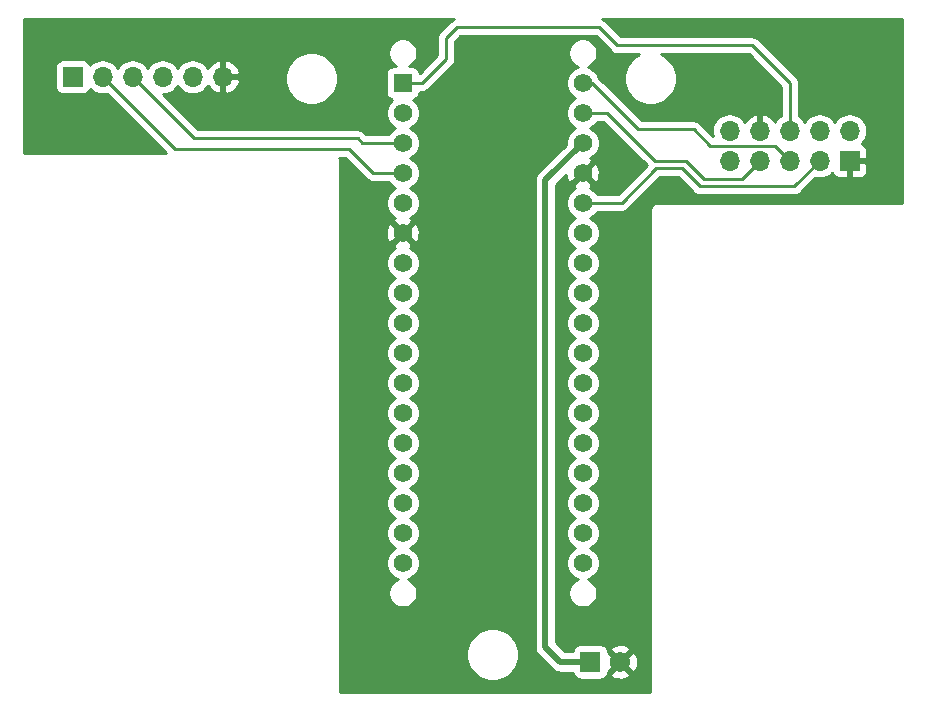
<source format=gtl>
G04 #@! TF.GenerationSoftware,KiCad,Pcbnew,(5.1.4)-1*
G04 #@! TF.CreationDate,2019-11-18T13:36:38+01:00*
G04 #@! TF.ProjectId,LIN bus,4c494e20-6275-4732-9e6b-696361645f70,rev?*
G04 #@! TF.SameCoordinates,Original*
G04 #@! TF.FileFunction,Copper,L1,Top*
G04 #@! TF.FilePolarity,Positive*
%FSLAX46Y46*%
G04 Gerber Fmt 4.6, Leading zero omitted, Abs format (unit mm)*
G04 Created by KiCad (PCBNEW (5.1.4)-1) date 2019-11-18 13:36:38*
%MOMM*%
%LPD*%
G04 APERTURE LIST*
%ADD10C,1.725000*%
%ADD11R,1.725000X1.725000*%
%ADD12O,1.700000X1.700000*%
%ADD13R,1.700000X1.700000*%
%ADD14R,1.574800X1.574800*%
%ADD15C,1.574800*%
%ADD16C,0.250000*%
%ADD17C,0.254000*%
%ADD18C,0.533400*%
G04 APERTURE END LIST*
D10*
X153162000Y-109728000D03*
D11*
X150622000Y-109728000D03*
D12*
X162433000Y-64770000D03*
X162433000Y-67310000D03*
X164973000Y-64770000D03*
X164973000Y-67310000D03*
X167513000Y-64770000D03*
X167513000Y-67310000D03*
X170053000Y-64770000D03*
X170053000Y-67310000D03*
X172593000Y-64770000D03*
D13*
X172593000Y-67310000D03*
X106807000Y-60198000D03*
D12*
X109347000Y-60198000D03*
X111887000Y-60198000D03*
X114427000Y-60198000D03*
X116967000Y-60198000D03*
X119507000Y-60198000D03*
D14*
X134747000Y-60706000D03*
D15*
X134747000Y-63246000D03*
X134747000Y-65786000D03*
X134747000Y-68326000D03*
X134747000Y-70866000D03*
X134747000Y-73406000D03*
X134747000Y-75946000D03*
X134747000Y-78486000D03*
X134747000Y-81026000D03*
X134747000Y-83566000D03*
X134747000Y-86106000D03*
X134747000Y-88646000D03*
X134747000Y-91186000D03*
X134747000Y-93726000D03*
X134747000Y-96266000D03*
X134747000Y-98806000D03*
X134747000Y-101346000D03*
X149987000Y-101346000D03*
X149987000Y-98806000D03*
X149987000Y-96266000D03*
X149987000Y-93726000D03*
X149987000Y-91186000D03*
X149987000Y-88646000D03*
X149987000Y-86106000D03*
X149987000Y-83566000D03*
X149987000Y-81026000D03*
X149987000Y-78486000D03*
X149987000Y-75946000D03*
X149987000Y-73406000D03*
X149987000Y-70866000D03*
X149987000Y-68326000D03*
X149987000Y-65786000D03*
X149987000Y-63246000D03*
X149987000Y-60706000D03*
D16*
X134747000Y-68326000D02*
X132207000Y-68326000D01*
X132207000Y-68326000D02*
X130175000Y-66294000D01*
X115443000Y-66294000D02*
X109347000Y-60198000D01*
X130175000Y-66294000D02*
X115443000Y-66294000D01*
X134747000Y-65786000D02*
X131318000Y-65786000D01*
X131318000Y-65786000D02*
X130937000Y-65405000D01*
X117094000Y-65405000D02*
X111887000Y-60198000D01*
X130937000Y-65405000D02*
X117094000Y-65405000D01*
X149987000Y-70866000D02*
X153289000Y-70866000D01*
X153289000Y-70866000D02*
X156210000Y-67945000D01*
D17*
X156210000Y-67945000D02*
X158369000Y-67945000D01*
X158369000Y-67945000D02*
X159893000Y-69469000D01*
X167894000Y-69469000D02*
X170053000Y-67310000D01*
X159893000Y-69469000D02*
X167894000Y-69469000D01*
X149987000Y-60706000D02*
X150749000Y-60706000D01*
X150749000Y-60706000D02*
X154686000Y-64643000D01*
X154686000Y-64643000D02*
X159385000Y-64643000D01*
X159385000Y-64643000D02*
X160782000Y-66040000D01*
X166243000Y-66040000D02*
X167513000Y-67310000D01*
X160782000Y-66040000D02*
X166243000Y-66040000D01*
D16*
X149987000Y-63246000D02*
X152019000Y-63246000D01*
X152019000Y-63246000D02*
X156083000Y-67310000D01*
D17*
X156083000Y-67310000D02*
X158750000Y-67310000D01*
X158750000Y-67310000D02*
X160274000Y-68834000D01*
X163449000Y-68834000D02*
X164973000Y-67310000D01*
X160274000Y-68834000D02*
X163449000Y-68834000D01*
X136398000Y-60706000D02*
X134747000Y-60706000D01*
X138430000Y-58674000D02*
X136398000Y-60706000D01*
X138430000Y-56896000D02*
X138430000Y-58674000D01*
X167513000Y-60706000D02*
X164338000Y-57531000D01*
X167513000Y-64770000D02*
X167513000Y-60706000D01*
X164338000Y-57531000D02*
X152908000Y-57531000D01*
X152908000Y-57531000D02*
X151384000Y-56007000D01*
X151384000Y-56007000D02*
X139319000Y-56007000D01*
X139319000Y-56007000D02*
X138430000Y-56896000D01*
D18*
X146812000Y-108458000D02*
X148082000Y-109728000D01*
X149987000Y-65786000D02*
X146812000Y-68961000D01*
X146812000Y-68961000D02*
X146812000Y-108458000D01*
X148082000Y-109728000D02*
X150622000Y-109728000D01*
D17*
G36*
X177013001Y-70841000D02*
G01*
X156369419Y-70841000D01*
X156337000Y-70837807D01*
X156304581Y-70841000D01*
X156207617Y-70850550D01*
X156083207Y-70888290D01*
X155968550Y-70949575D01*
X155868052Y-71032052D01*
X155785575Y-71132550D01*
X155724290Y-71247207D01*
X155686550Y-71371617D01*
X155673807Y-71501000D01*
X155677000Y-71533419D01*
X155677001Y-107663572D01*
X155677000Y-107663582D01*
X155677001Y-112243000D01*
X129438000Y-112243000D01*
X129438000Y-108872872D01*
X140132000Y-108872872D01*
X140132000Y-109313128D01*
X140217890Y-109744925D01*
X140386369Y-110151669D01*
X140630962Y-110517729D01*
X140942271Y-110829038D01*
X141308331Y-111073631D01*
X141715075Y-111242110D01*
X142146872Y-111328000D01*
X142587128Y-111328000D01*
X143018925Y-111242110D01*
X143425669Y-111073631D01*
X143791729Y-110829038D01*
X144103038Y-110517729D01*
X144347631Y-110151669D01*
X144516110Y-109744925D01*
X144602000Y-109313128D01*
X144602000Y-108872872D01*
X144516110Y-108441075D01*
X144347631Y-108034331D01*
X144103038Y-107668271D01*
X143791729Y-107356962D01*
X143425669Y-107112369D01*
X143018925Y-106943890D01*
X142587128Y-106858000D01*
X142146872Y-106858000D01*
X141715075Y-106943890D01*
X141308331Y-107112369D01*
X140942271Y-107356962D01*
X140630962Y-107668271D01*
X140386369Y-108034331D01*
X140217890Y-108441075D01*
X140132000Y-108872872D01*
X129438000Y-108872872D01*
X129438000Y-75805906D01*
X133324600Y-75805906D01*
X133324600Y-76086094D01*
X133379262Y-76360899D01*
X133486486Y-76619759D01*
X133642150Y-76852727D01*
X133840273Y-77050850D01*
X134073241Y-77206514D01*
X134096142Y-77216000D01*
X134073241Y-77225486D01*
X133840273Y-77381150D01*
X133642150Y-77579273D01*
X133486486Y-77812241D01*
X133379262Y-78071101D01*
X133324600Y-78345906D01*
X133324600Y-78626094D01*
X133379262Y-78900899D01*
X133486486Y-79159759D01*
X133642150Y-79392727D01*
X133840273Y-79590850D01*
X134073241Y-79746514D01*
X134096142Y-79756000D01*
X134073241Y-79765486D01*
X133840273Y-79921150D01*
X133642150Y-80119273D01*
X133486486Y-80352241D01*
X133379262Y-80611101D01*
X133324600Y-80885906D01*
X133324600Y-81166094D01*
X133379262Y-81440899D01*
X133486486Y-81699759D01*
X133642150Y-81932727D01*
X133840273Y-82130850D01*
X134073241Y-82286514D01*
X134096142Y-82296000D01*
X134073241Y-82305486D01*
X133840273Y-82461150D01*
X133642150Y-82659273D01*
X133486486Y-82892241D01*
X133379262Y-83151101D01*
X133324600Y-83425906D01*
X133324600Y-83706094D01*
X133379262Y-83980899D01*
X133486486Y-84239759D01*
X133642150Y-84472727D01*
X133840273Y-84670850D01*
X134073241Y-84826514D01*
X134096142Y-84836000D01*
X134073241Y-84845486D01*
X133840273Y-85001150D01*
X133642150Y-85199273D01*
X133486486Y-85432241D01*
X133379262Y-85691101D01*
X133324600Y-85965906D01*
X133324600Y-86246094D01*
X133379262Y-86520899D01*
X133486486Y-86779759D01*
X133642150Y-87012727D01*
X133840273Y-87210850D01*
X134073241Y-87366514D01*
X134096142Y-87376000D01*
X134073241Y-87385486D01*
X133840273Y-87541150D01*
X133642150Y-87739273D01*
X133486486Y-87972241D01*
X133379262Y-88231101D01*
X133324600Y-88505906D01*
X133324600Y-88786094D01*
X133379262Y-89060899D01*
X133486486Y-89319759D01*
X133642150Y-89552727D01*
X133840273Y-89750850D01*
X134073241Y-89906514D01*
X134096142Y-89916000D01*
X134073241Y-89925486D01*
X133840273Y-90081150D01*
X133642150Y-90279273D01*
X133486486Y-90512241D01*
X133379262Y-90771101D01*
X133324600Y-91045906D01*
X133324600Y-91326094D01*
X133379262Y-91600899D01*
X133486486Y-91859759D01*
X133642150Y-92092727D01*
X133840273Y-92290850D01*
X134073241Y-92446514D01*
X134096142Y-92456000D01*
X134073241Y-92465486D01*
X133840273Y-92621150D01*
X133642150Y-92819273D01*
X133486486Y-93052241D01*
X133379262Y-93311101D01*
X133324600Y-93585906D01*
X133324600Y-93866094D01*
X133379262Y-94140899D01*
X133486486Y-94399759D01*
X133642150Y-94632727D01*
X133840273Y-94830850D01*
X134073241Y-94986514D01*
X134096142Y-94996000D01*
X134073241Y-95005486D01*
X133840273Y-95161150D01*
X133642150Y-95359273D01*
X133486486Y-95592241D01*
X133379262Y-95851101D01*
X133324600Y-96125906D01*
X133324600Y-96406094D01*
X133379262Y-96680899D01*
X133486486Y-96939759D01*
X133642150Y-97172727D01*
X133840273Y-97370850D01*
X134073241Y-97526514D01*
X134096142Y-97536000D01*
X134073241Y-97545486D01*
X133840273Y-97701150D01*
X133642150Y-97899273D01*
X133486486Y-98132241D01*
X133379262Y-98391101D01*
X133324600Y-98665906D01*
X133324600Y-98946094D01*
X133379262Y-99220899D01*
X133486486Y-99479759D01*
X133642150Y-99712727D01*
X133840273Y-99910850D01*
X134073241Y-100066514D01*
X134096142Y-100076000D01*
X134073241Y-100085486D01*
X133840273Y-100241150D01*
X133642150Y-100439273D01*
X133486486Y-100672241D01*
X133379262Y-100931101D01*
X133324600Y-101205906D01*
X133324600Y-101486094D01*
X133379262Y-101760899D01*
X133486486Y-102019759D01*
X133642150Y-102252727D01*
X133840273Y-102450850D01*
X134073241Y-102606514D01*
X134332101Y-102713738D01*
X134344112Y-102716127D01*
X134162008Y-102791557D01*
X133959733Y-102926713D01*
X133787713Y-103098733D01*
X133652557Y-103301008D01*
X133559460Y-103525764D01*
X133512000Y-103764363D01*
X133512000Y-104007637D01*
X133559460Y-104246236D01*
X133652557Y-104470992D01*
X133787713Y-104673267D01*
X133959733Y-104845287D01*
X134162008Y-104980443D01*
X134386764Y-105073540D01*
X134625363Y-105121000D01*
X134868637Y-105121000D01*
X135107236Y-105073540D01*
X135331992Y-104980443D01*
X135534267Y-104845287D01*
X135706287Y-104673267D01*
X135841443Y-104470992D01*
X135934540Y-104246236D01*
X135982000Y-104007637D01*
X135982000Y-103764363D01*
X135934540Y-103525764D01*
X135841443Y-103301008D01*
X135706287Y-103098733D01*
X135534267Y-102926713D01*
X135331992Y-102791557D01*
X135149888Y-102716127D01*
X135161899Y-102713738D01*
X135420759Y-102606514D01*
X135653727Y-102450850D01*
X135851850Y-102252727D01*
X136007514Y-102019759D01*
X136114738Y-101760899D01*
X136169400Y-101486094D01*
X136169400Y-101205906D01*
X136114738Y-100931101D01*
X136007514Y-100672241D01*
X135851850Y-100439273D01*
X135653727Y-100241150D01*
X135420759Y-100085486D01*
X135397858Y-100076000D01*
X135420759Y-100066514D01*
X135653727Y-99910850D01*
X135851850Y-99712727D01*
X136007514Y-99479759D01*
X136114738Y-99220899D01*
X136169400Y-98946094D01*
X136169400Y-98665906D01*
X136114738Y-98391101D01*
X136007514Y-98132241D01*
X135851850Y-97899273D01*
X135653727Y-97701150D01*
X135420759Y-97545486D01*
X135397858Y-97536000D01*
X135420759Y-97526514D01*
X135653727Y-97370850D01*
X135851850Y-97172727D01*
X136007514Y-96939759D01*
X136114738Y-96680899D01*
X136169400Y-96406094D01*
X136169400Y-96125906D01*
X136114738Y-95851101D01*
X136007514Y-95592241D01*
X135851850Y-95359273D01*
X135653727Y-95161150D01*
X135420759Y-95005486D01*
X135397858Y-94996000D01*
X135420759Y-94986514D01*
X135653727Y-94830850D01*
X135851850Y-94632727D01*
X136007514Y-94399759D01*
X136114738Y-94140899D01*
X136169400Y-93866094D01*
X136169400Y-93585906D01*
X136114738Y-93311101D01*
X136007514Y-93052241D01*
X135851850Y-92819273D01*
X135653727Y-92621150D01*
X135420759Y-92465486D01*
X135397858Y-92456000D01*
X135420759Y-92446514D01*
X135653727Y-92290850D01*
X135851850Y-92092727D01*
X136007514Y-91859759D01*
X136114738Y-91600899D01*
X136169400Y-91326094D01*
X136169400Y-91045906D01*
X136114738Y-90771101D01*
X136007514Y-90512241D01*
X135851850Y-90279273D01*
X135653727Y-90081150D01*
X135420759Y-89925486D01*
X135397858Y-89916000D01*
X135420759Y-89906514D01*
X135653727Y-89750850D01*
X135851850Y-89552727D01*
X136007514Y-89319759D01*
X136114738Y-89060899D01*
X136169400Y-88786094D01*
X136169400Y-88505906D01*
X136114738Y-88231101D01*
X136007514Y-87972241D01*
X135851850Y-87739273D01*
X135653727Y-87541150D01*
X135420759Y-87385486D01*
X135397858Y-87376000D01*
X135420759Y-87366514D01*
X135653727Y-87210850D01*
X135851850Y-87012727D01*
X136007514Y-86779759D01*
X136114738Y-86520899D01*
X136169400Y-86246094D01*
X136169400Y-85965906D01*
X136114738Y-85691101D01*
X136007514Y-85432241D01*
X135851850Y-85199273D01*
X135653727Y-85001150D01*
X135420759Y-84845486D01*
X135397858Y-84836000D01*
X135420759Y-84826514D01*
X135653727Y-84670850D01*
X135851850Y-84472727D01*
X136007514Y-84239759D01*
X136114738Y-83980899D01*
X136169400Y-83706094D01*
X136169400Y-83425906D01*
X136114738Y-83151101D01*
X136007514Y-82892241D01*
X135851850Y-82659273D01*
X135653727Y-82461150D01*
X135420759Y-82305486D01*
X135397858Y-82296000D01*
X135420759Y-82286514D01*
X135653727Y-82130850D01*
X135851850Y-81932727D01*
X136007514Y-81699759D01*
X136114738Y-81440899D01*
X136169400Y-81166094D01*
X136169400Y-80885906D01*
X136114738Y-80611101D01*
X136007514Y-80352241D01*
X135851850Y-80119273D01*
X135653727Y-79921150D01*
X135420759Y-79765486D01*
X135397858Y-79756000D01*
X135420759Y-79746514D01*
X135653727Y-79590850D01*
X135851850Y-79392727D01*
X136007514Y-79159759D01*
X136114738Y-78900899D01*
X136169400Y-78626094D01*
X136169400Y-78345906D01*
X136114738Y-78071101D01*
X136007514Y-77812241D01*
X135851850Y-77579273D01*
X135653727Y-77381150D01*
X135420759Y-77225486D01*
X135397858Y-77216000D01*
X135420759Y-77206514D01*
X135653727Y-77050850D01*
X135851850Y-76852727D01*
X136007514Y-76619759D01*
X136114738Y-76360899D01*
X136169400Y-76086094D01*
X136169400Y-75805906D01*
X136114738Y-75531101D01*
X136007514Y-75272241D01*
X135851850Y-75039273D01*
X135653727Y-74841150D01*
X135420759Y-74685486D01*
X135398755Y-74676372D01*
X135481043Y-74632388D01*
X135551100Y-74389705D01*
X134747000Y-73585605D01*
X133942900Y-74389705D01*
X134012957Y-74632388D01*
X134101028Y-74673976D01*
X134073241Y-74685486D01*
X133840273Y-74841150D01*
X133642150Y-75039273D01*
X133486486Y-75272241D01*
X133379262Y-75531101D01*
X133324600Y-75805906D01*
X129438000Y-75805906D01*
X129438000Y-73477010D01*
X133319483Y-73477010D01*
X133360766Y-73754140D01*
X133455321Y-74017892D01*
X133520612Y-74140043D01*
X133763295Y-74210100D01*
X134567395Y-73406000D01*
X134926605Y-73406000D01*
X135730705Y-74210100D01*
X135973388Y-74140043D01*
X136093028Y-73886682D01*
X136160941Y-73614849D01*
X136174517Y-73334990D01*
X136133234Y-73057860D01*
X136038679Y-72794108D01*
X135973388Y-72671957D01*
X135730705Y-72601900D01*
X134926605Y-73406000D01*
X134567395Y-73406000D01*
X133763295Y-72601900D01*
X133520612Y-72671957D01*
X133400972Y-72925318D01*
X133333059Y-73197151D01*
X133319483Y-73477010D01*
X129438000Y-73477010D01*
X129438000Y-67342418D01*
X129441193Y-67310000D01*
X129428450Y-67180617D01*
X129390710Y-67056207D01*
X129389530Y-67054000D01*
X129860199Y-67054000D01*
X131643201Y-68837003D01*
X131666999Y-68866001D01*
X131695997Y-68889799D01*
X131782723Y-68960974D01*
X131914753Y-69031546D01*
X132058014Y-69075003D01*
X132169667Y-69086000D01*
X132169677Y-69086000D01*
X132207000Y-69089676D01*
X132244323Y-69086000D01*
X133544110Y-69086000D01*
X133642150Y-69232727D01*
X133840273Y-69430850D01*
X134073241Y-69586514D01*
X134096142Y-69596000D01*
X134073241Y-69605486D01*
X133840273Y-69761150D01*
X133642150Y-69959273D01*
X133486486Y-70192241D01*
X133379262Y-70451101D01*
X133324600Y-70725906D01*
X133324600Y-71006094D01*
X133379262Y-71280899D01*
X133486486Y-71539759D01*
X133642150Y-71772727D01*
X133840273Y-71970850D01*
X134073241Y-72126514D01*
X134095245Y-72135628D01*
X134012957Y-72179612D01*
X133942900Y-72422295D01*
X134747000Y-73226395D01*
X135551100Y-72422295D01*
X135481043Y-72179612D01*
X135392972Y-72138024D01*
X135420759Y-72126514D01*
X135653727Y-71970850D01*
X135851850Y-71772727D01*
X136007514Y-71539759D01*
X136114738Y-71280899D01*
X136169400Y-71006094D01*
X136169400Y-70725906D01*
X136114738Y-70451101D01*
X136007514Y-70192241D01*
X135851850Y-69959273D01*
X135653727Y-69761150D01*
X135420759Y-69605486D01*
X135397858Y-69596000D01*
X135420759Y-69586514D01*
X135653727Y-69430850D01*
X135851850Y-69232727D01*
X136007514Y-68999759D01*
X136114738Y-68740899D01*
X136169400Y-68466094D01*
X136169400Y-68185906D01*
X136114738Y-67911101D01*
X136007514Y-67652241D01*
X135851850Y-67419273D01*
X135653727Y-67221150D01*
X135420759Y-67065486D01*
X135397858Y-67056000D01*
X135420759Y-67046514D01*
X135653727Y-66890850D01*
X135851850Y-66692727D01*
X136007514Y-66459759D01*
X136114738Y-66200899D01*
X136169400Y-65926094D01*
X136169400Y-65645906D01*
X136114738Y-65371101D01*
X136007514Y-65112241D01*
X135851850Y-64879273D01*
X135653727Y-64681150D01*
X135420759Y-64525486D01*
X135397858Y-64516000D01*
X135420759Y-64506514D01*
X135653727Y-64350850D01*
X135851850Y-64152727D01*
X136007514Y-63919759D01*
X136114738Y-63660899D01*
X136169400Y-63386094D01*
X136169400Y-63105906D01*
X136114738Y-62831101D01*
X136007514Y-62572241D01*
X135851850Y-62339273D01*
X135653727Y-62141150D01*
X135625774Y-62122473D01*
X135658882Y-62119212D01*
X135778580Y-62082902D01*
X135888894Y-62023937D01*
X135985585Y-61944585D01*
X136064937Y-61847894D01*
X136123902Y-61737580D01*
X136160212Y-61617882D01*
X136172472Y-61493400D01*
X136172472Y-61468000D01*
X136360577Y-61468000D01*
X136398000Y-61471686D01*
X136435423Y-61468000D01*
X136435426Y-61468000D01*
X136547378Y-61456974D01*
X136691015Y-61413402D01*
X136823392Y-61342645D01*
X136939422Y-61247422D01*
X136963284Y-61218346D01*
X138942352Y-59239279D01*
X138971422Y-59215422D01*
X139045394Y-59125287D01*
X139066645Y-59099393D01*
X139137401Y-58967016D01*
X139137402Y-58967015D01*
X139180974Y-58823378D01*
X139192000Y-58711426D01*
X139192000Y-58711423D01*
X139195686Y-58674000D01*
X139192000Y-58636577D01*
X139192000Y-57211630D01*
X139634631Y-56769000D01*
X151068370Y-56769000D01*
X152342720Y-58043351D01*
X152366578Y-58072422D01*
X152482608Y-58167645D01*
X152614985Y-58238402D01*
X152758622Y-58281974D01*
X152870574Y-58293000D01*
X152870576Y-58293000D01*
X152907999Y-58296686D01*
X152945422Y-58293000D01*
X154767347Y-58293000D01*
X154643331Y-58344369D01*
X154277271Y-58588962D01*
X153965962Y-58900271D01*
X153721369Y-59266331D01*
X153552890Y-59673075D01*
X153467000Y-60104872D01*
X153467000Y-60545128D01*
X153552890Y-60976925D01*
X153721369Y-61383669D01*
X153965962Y-61749729D01*
X154277271Y-62061038D01*
X154643331Y-62305631D01*
X155050075Y-62474110D01*
X155481872Y-62560000D01*
X155922128Y-62560000D01*
X156353925Y-62474110D01*
X156760669Y-62305631D01*
X157126729Y-62061038D01*
X157438038Y-61749729D01*
X157682631Y-61383669D01*
X157851110Y-60976925D01*
X157937000Y-60545128D01*
X157937000Y-60104872D01*
X157851110Y-59673075D01*
X157682631Y-59266331D01*
X157438038Y-58900271D01*
X157126729Y-58588962D01*
X156760669Y-58344369D01*
X156636653Y-58293000D01*
X164022370Y-58293000D01*
X166751001Y-61021632D01*
X166751000Y-63493474D01*
X166683986Y-63529294D01*
X166457866Y-63714866D01*
X166272294Y-63940986D01*
X166237799Y-64005523D01*
X166168178Y-63888645D01*
X165973269Y-63672412D01*
X165739920Y-63498359D01*
X165477099Y-63373175D01*
X165329890Y-63328524D01*
X165100000Y-63449845D01*
X165100000Y-64643000D01*
X165120000Y-64643000D01*
X165120000Y-64897000D01*
X165100000Y-64897000D01*
X165100000Y-64917000D01*
X164846000Y-64917000D01*
X164846000Y-64897000D01*
X164826000Y-64897000D01*
X164826000Y-64643000D01*
X164846000Y-64643000D01*
X164846000Y-63449845D01*
X164616110Y-63328524D01*
X164468901Y-63373175D01*
X164206080Y-63498359D01*
X163972731Y-63672412D01*
X163777822Y-63888645D01*
X163708201Y-64005523D01*
X163673706Y-63940986D01*
X163488134Y-63714866D01*
X163262014Y-63529294D01*
X163004034Y-63391401D01*
X162724111Y-63306487D01*
X162505950Y-63285000D01*
X162360050Y-63285000D01*
X162141889Y-63306487D01*
X161861966Y-63391401D01*
X161603986Y-63529294D01*
X161377866Y-63714866D01*
X161192294Y-63940986D01*
X161054401Y-64198966D01*
X160969487Y-64478889D01*
X160940815Y-64770000D01*
X160969487Y-65061111D01*
X161008130Y-65188499D01*
X159950284Y-64130654D01*
X159926422Y-64101578D01*
X159810392Y-64006355D01*
X159678015Y-63935598D01*
X159534378Y-63892026D01*
X159422426Y-63881000D01*
X159422423Y-63881000D01*
X159385000Y-63877314D01*
X159347577Y-63881000D01*
X155001631Y-63881000D01*
X151314437Y-60193807D01*
X151247514Y-60032241D01*
X151091850Y-59799273D01*
X150893727Y-59601150D01*
X150660759Y-59445486D01*
X150401899Y-59338262D01*
X150389888Y-59335873D01*
X150571992Y-59260443D01*
X150774267Y-59125287D01*
X150946287Y-58953267D01*
X151081443Y-58750992D01*
X151174540Y-58526236D01*
X151222000Y-58287637D01*
X151222000Y-58044363D01*
X151174540Y-57805764D01*
X151081443Y-57581008D01*
X150946287Y-57378733D01*
X150774267Y-57206713D01*
X150571992Y-57071557D01*
X150347236Y-56978460D01*
X150108637Y-56931000D01*
X149865363Y-56931000D01*
X149626764Y-56978460D01*
X149402008Y-57071557D01*
X149199733Y-57206713D01*
X149027713Y-57378733D01*
X148892557Y-57581008D01*
X148799460Y-57805764D01*
X148752000Y-58044363D01*
X148752000Y-58287637D01*
X148799460Y-58526236D01*
X148892557Y-58750992D01*
X149027713Y-58953267D01*
X149199733Y-59125287D01*
X149402008Y-59260443D01*
X149584112Y-59335873D01*
X149572101Y-59338262D01*
X149313241Y-59445486D01*
X149080273Y-59601150D01*
X148882150Y-59799273D01*
X148726486Y-60032241D01*
X148619262Y-60291101D01*
X148564600Y-60565906D01*
X148564600Y-60846094D01*
X148619262Y-61120899D01*
X148726486Y-61379759D01*
X148882150Y-61612727D01*
X149080273Y-61810850D01*
X149313241Y-61966514D01*
X149336142Y-61976000D01*
X149313241Y-61985486D01*
X149080273Y-62141150D01*
X148882150Y-62339273D01*
X148726486Y-62572241D01*
X148619262Y-62831101D01*
X148564600Y-63105906D01*
X148564600Y-63386094D01*
X148619262Y-63660899D01*
X148726486Y-63919759D01*
X148882150Y-64152727D01*
X149080273Y-64350850D01*
X149313241Y-64506514D01*
X149336142Y-64516000D01*
X149313241Y-64525486D01*
X149080273Y-64681150D01*
X148882150Y-64879273D01*
X148726486Y-65112241D01*
X148619262Y-65371101D01*
X148564600Y-65645906D01*
X148564600Y-65926094D01*
X148565780Y-65932025D01*
X146205729Y-68292076D01*
X146171317Y-68320317D01*
X146058637Y-68457620D01*
X146008882Y-68550706D01*
X145974908Y-68614266D01*
X145923348Y-68784237D01*
X145905938Y-68961000D01*
X145910300Y-69005287D01*
X145910301Y-108413703D01*
X145905938Y-108458000D01*
X145923348Y-108634763D01*
X145974908Y-108804734D01*
X146009947Y-108870286D01*
X146058638Y-108961381D01*
X146171318Y-109098683D01*
X146205724Y-109126919D01*
X147413080Y-110334276D01*
X147441317Y-110368683D01*
X147578619Y-110481363D01*
X147735265Y-110565092D01*
X147865676Y-110604651D01*
X147905235Y-110616652D01*
X148081999Y-110634062D01*
X148126286Y-110629700D01*
X149125289Y-110629700D01*
X149133688Y-110714982D01*
X149169998Y-110834680D01*
X149228963Y-110944994D01*
X149308315Y-111041685D01*
X149405006Y-111121037D01*
X149515320Y-111180002D01*
X149635018Y-111216312D01*
X149759500Y-111228572D01*
X151484500Y-111228572D01*
X151608982Y-111216312D01*
X151728680Y-111180002D01*
X151838994Y-111121037D01*
X151935685Y-111041685D01*
X152015037Y-110944994D01*
X152074002Y-110834680D01*
X152095042Y-110765319D01*
X152304286Y-110765319D01*
X152383434Y-111015670D01*
X152649606Y-111142820D01*
X152935468Y-111215597D01*
X153230037Y-111231208D01*
X153521991Y-111189051D01*
X153800111Y-111090747D01*
X153940566Y-111015670D01*
X154019714Y-110765319D01*
X153162000Y-109907605D01*
X152304286Y-110765319D01*
X152095042Y-110765319D01*
X152110312Y-110714982D01*
X152122572Y-110590500D01*
X152122572Y-110585047D01*
X152124681Y-110585714D01*
X152982395Y-109728000D01*
X153341605Y-109728000D01*
X154199319Y-110585714D01*
X154449670Y-110506566D01*
X154576820Y-110240394D01*
X154649597Y-109954532D01*
X154665208Y-109659963D01*
X154623051Y-109368009D01*
X154524747Y-109089889D01*
X154449670Y-108949434D01*
X154199319Y-108870286D01*
X153341605Y-109728000D01*
X152982395Y-109728000D01*
X152124681Y-108870286D01*
X152122572Y-108870953D01*
X152122572Y-108865500D01*
X152110312Y-108741018D01*
X152095043Y-108690681D01*
X152304286Y-108690681D01*
X153162000Y-109548395D01*
X154019714Y-108690681D01*
X153940566Y-108440330D01*
X153674394Y-108313180D01*
X153388532Y-108240403D01*
X153093963Y-108224792D01*
X152802009Y-108266949D01*
X152523889Y-108365253D01*
X152383434Y-108440330D01*
X152304286Y-108690681D01*
X152095043Y-108690681D01*
X152074002Y-108621320D01*
X152015037Y-108511006D01*
X151935685Y-108414315D01*
X151838994Y-108334963D01*
X151728680Y-108275998D01*
X151608982Y-108239688D01*
X151484500Y-108227428D01*
X149759500Y-108227428D01*
X149635018Y-108239688D01*
X149515320Y-108275998D01*
X149405006Y-108334963D01*
X149308315Y-108414315D01*
X149228963Y-108511006D01*
X149169998Y-108621320D01*
X149133688Y-108741018D01*
X149125289Y-108826300D01*
X148455496Y-108826300D01*
X147713700Y-108084505D01*
X147713700Y-69334495D01*
X148571372Y-68476823D01*
X148600766Y-68674140D01*
X148695321Y-68937892D01*
X148760612Y-69060043D01*
X149003295Y-69130100D01*
X149807395Y-68326000D01*
X150166605Y-68326000D01*
X150970705Y-69130100D01*
X151213388Y-69060043D01*
X151333028Y-68806682D01*
X151400941Y-68534849D01*
X151414517Y-68254990D01*
X151373234Y-67977860D01*
X151278679Y-67714108D01*
X151213388Y-67591957D01*
X150970705Y-67521900D01*
X150166605Y-68326000D01*
X149807395Y-68326000D01*
X149793253Y-68311858D01*
X149972858Y-68132253D01*
X149987000Y-68146395D01*
X150791100Y-67342295D01*
X150721043Y-67099612D01*
X150632972Y-67058024D01*
X150660759Y-67046514D01*
X150893727Y-66890850D01*
X151091850Y-66692727D01*
X151247514Y-66459759D01*
X151354738Y-66200899D01*
X151409400Y-65926094D01*
X151409400Y-65645906D01*
X151354738Y-65371101D01*
X151247514Y-65112241D01*
X151091850Y-64879273D01*
X150893727Y-64681150D01*
X150660759Y-64525486D01*
X150637858Y-64516000D01*
X150660759Y-64506514D01*
X150893727Y-64350850D01*
X151091850Y-64152727D01*
X151189890Y-64006000D01*
X151704199Y-64006000D01*
X155389198Y-67691000D01*
X152974199Y-70106000D01*
X151189890Y-70106000D01*
X151091850Y-69959273D01*
X150893727Y-69761150D01*
X150660759Y-69605486D01*
X150638755Y-69596372D01*
X150721043Y-69552388D01*
X150791100Y-69309705D01*
X149987000Y-68505605D01*
X149182900Y-69309705D01*
X149252957Y-69552388D01*
X149341028Y-69593976D01*
X149313241Y-69605486D01*
X149080273Y-69761150D01*
X148882150Y-69959273D01*
X148726486Y-70192241D01*
X148619262Y-70451101D01*
X148564600Y-70725906D01*
X148564600Y-71006094D01*
X148619262Y-71280899D01*
X148726486Y-71539759D01*
X148882150Y-71772727D01*
X149080273Y-71970850D01*
X149313241Y-72126514D01*
X149336142Y-72136000D01*
X149313241Y-72145486D01*
X149080273Y-72301150D01*
X148882150Y-72499273D01*
X148726486Y-72732241D01*
X148619262Y-72991101D01*
X148564600Y-73265906D01*
X148564600Y-73546094D01*
X148619262Y-73820899D01*
X148726486Y-74079759D01*
X148882150Y-74312727D01*
X149080273Y-74510850D01*
X149313241Y-74666514D01*
X149336142Y-74676000D01*
X149313241Y-74685486D01*
X149080273Y-74841150D01*
X148882150Y-75039273D01*
X148726486Y-75272241D01*
X148619262Y-75531101D01*
X148564600Y-75805906D01*
X148564600Y-76086094D01*
X148619262Y-76360899D01*
X148726486Y-76619759D01*
X148882150Y-76852727D01*
X149080273Y-77050850D01*
X149313241Y-77206514D01*
X149336142Y-77216000D01*
X149313241Y-77225486D01*
X149080273Y-77381150D01*
X148882150Y-77579273D01*
X148726486Y-77812241D01*
X148619262Y-78071101D01*
X148564600Y-78345906D01*
X148564600Y-78626094D01*
X148619262Y-78900899D01*
X148726486Y-79159759D01*
X148882150Y-79392727D01*
X149080273Y-79590850D01*
X149313241Y-79746514D01*
X149336142Y-79756000D01*
X149313241Y-79765486D01*
X149080273Y-79921150D01*
X148882150Y-80119273D01*
X148726486Y-80352241D01*
X148619262Y-80611101D01*
X148564600Y-80885906D01*
X148564600Y-81166094D01*
X148619262Y-81440899D01*
X148726486Y-81699759D01*
X148882150Y-81932727D01*
X149080273Y-82130850D01*
X149313241Y-82286514D01*
X149336142Y-82296000D01*
X149313241Y-82305486D01*
X149080273Y-82461150D01*
X148882150Y-82659273D01*
X148726486Y-82892241D01*
X148619262Y-83151101D01*
X148564600Y-83425906D01*
X148564600Y-83706094D01*
X148619262Y-83980899D01*
X148726486Y-84239759D01*
X148882150Y-84472727D01*
X149080273Y-84670850D01*
X149313241Y-84826514D01*
X149336142Y-84836000D01*
X149313241Y-84845486D01*
X149080273Y-85001150D01*
X148882150Y-85199273D01*
X148726486Y-85432241D01*
X148619262Y-85691101D01*
X148564600Y-85965906D01*
X148564600Y-86246094D01*
X148619262Y-86520899D01*
X148726486Y-86779759D01*
X148882150Y-87012727D01*
X149080273Y-87210850D01*
X149313241Y-87366514D01*
X149336142Y-87376000D01*
X149313241Y-87385486D01*
X149080273Y-87541150D01*
X148882150Y-87739273D01*
X148726486Y-87972241D01*
X148619262Y-88231101D01*
X148564600Y-88505906D01*
X148564600Y-88786094D01*
X148619262Y-89060899D01*
X148726486Y-89319759D01*
X148882150Y-89552727D01*
X149080273Y-89750850D01*
X149313241Y-89906514D01*
X149336142Y-89916000D01*
X149313241Y-89925486D01*
X149080273Y-90081150D01*
X148882150Y-90279273D01*
X148726486Y-90512241D01*
X148619262Y-90771101D01*
X148564600Y-91045906D01*
X148564600Y-91326094D01*
X148619262Y-91600899D01*
X148726486Y-91859759D01*
X148882150Y-92092727D01*
X149080273Y-92290850D01*
X149313241Y-92446514D01*
X149336142Y-92456000D01*
X149313241Y-92465486D01*
X149080273Y-92621150D01*
X148882150Y-92819273D01*
X148726486Y-93052241D01*
X148619262Y-93311101D01*
X148564600Y-93585906D01*
X148564600Y-93866094D01*
X148619262Y-94140899D01*
X148726486Y-94399759D01*
X148882150Y-94632727D01*
X149080273Y-94830850D01*
X149313241Y-94986514D01*
X149336142Y-94996000D01*
X149313241Y-95005486D01*
X149080273Y-95161150D01*
X148882150Y-95359273D01*
X148726486Y-95592241D01*
X148619262Y-95851101D01*
X148564600Y-96125906D01*
X148564600Y-96406094D01*
X148619262Y-96680899D01*
X148726486Y-96939759D01*
X148882150Y-97172727D01*
X149080273Y-97370850D01*
X149313241Y-97526514D01*
X149336142Y-97536000D01*
X149313241Y-97545486D01*
X149080273Y-97701150D01*
X148882150Y-97899273D01*
X148726486Y-98132241D01*
X148619262Y-98391101D01*
X148564600Y-98665906D01*
X148564600Y-98946094D01*
X148619262Y-99220899D01*
X148726486Y-99479759D01*
X148882150Y-99712727D01*
X149080273Y-99910850D01*
X149313241Y-100066514D01*
X149336142Y-100076000D01*
X149313241Y-100085486D01*
X149080273Y-100241150D01*
X148882150Y-100439273D01*
X148726486Y-100672241D01*
X148619262Y-100931101D01*
X148564600Y-101205906D01*
X148564600Y-101486094D01*
X148619262Y-101760899D01*
X148726486Y-102019759D01*
X148882150Y-102252727D01*
X149080273Y-102450850D01*
X149313241Y-102606514D01*
X149572101Y-102713738D01*
X149584112Y-102716127D01*
X149402008Y-102791557D01*
X149199733Y-102926713D01*
X149027713Y-103098733D01*
X148892557Y-103301008D01*
X148799460Y-103525764D01*
X148752000Y-103764363D01*
X148752000Y-104007637D01*
X148799460Y-104246236D01*
X148892557Y-104470992D01*
X149027713Y-104673267D01*
X149199733Y-104845287D01*
X149402008Y-104980443D01*
X149626764Y-105073540D01*
X149865363Y-105121000D01*
X150108637Y-105121000D01*
X150347236Y-105073540D01*
X150571992Y-104980443D01*
X150774267Y-104845287D01*
X150946287Y-104673267D01*
X151081443Y-104470992D01*
X151174540Y-104246236D01*
X151222000Y-104007637D01*
X151222000Y-103764363D01*
X151174540Y-103525764D01*
X151081443Y-103301008D01*
X150946287Y-103098733D01*
X150774267Y-102926713D01*
X150571992Y-102791557D01*
X150389888Y-102716127D01*
X150401899Y-102713738D01*
X150660759Y-102606514D01*
X150893727Y-102450850D01*
X151091850Y-102252727D01*
X151247514Y-102019759D01*
X151354738Y-101760899D01*
X151409400Y-101486094D01*
X151409400Y-101205906D01*
X151354738Y-100931101D01*
X151247514Y-100672241D01*
X151091850Y-100439273D01*
X150893727Y-100241150D01*
X150660759Y-100085486D01*
X150637858Y-100076000D01*
X150660759Y-100066514D01*
X150893727Y-99910850D01*
X151091850Y-99712727D01*
X151247514Y-99479759D01*
X151354738Y-99220899D01*
X151409400Y-98946094D01*
X151409400Y-98665906D01*
X151354738Y-98391101D01*
X151247514Y-98132241D01*
X151091850Y-97899273D01*
X150893727Y-97701150D01*
X150660759Y-97545486D01*
X150637858Y-97536000D01*
X150660759Y-97526514D01*
X150893727Y-97370850D01*
X151091850Y-97172727D01*
X151247514Y-96939759D01*
X151354738Y-96680899D01*
X151409400Y-96406094D01*
X151409400Y-96125906D01*
X151354738Y-95851101D01*
X151247514Y-95592241D01*
X151091850Y-95359273D01*
X150893727Y-95161150D01*
X150660759Y-95005486D01*
X150637858Y-94996000D01*
X150660759Y-94986514D01*
X150893727Y-94830850D01*
X151091850Y-94632727D01*
X151247514Y-94399759D01*
X151354738Y-94140899D01*
X151409400Y-93866094D01*
X151409400Y-93585906D01*
X151354738Y-93311101D01*
X151247514Y-93052241D01*
X151091850Y-92819273D01*
X150893727Y-92621150D01*
X150660759Y-92465486D01*
X150637858Y-92456000D01*
X150660759Y-92446514D01*
X150893727Y-92290850D01*
X151091850Y-92092727D01*
X151247514Y-91859759D01*
X151354738Y-91600899D01*
X151409400Y-91326094D01*
X151409400Y-91045906D01*
X151354738Y-90771101D01*
X151247514Y-90512241D01*
X151091850Y-90279273D01*
X150893727Y-90081150D01*
X150660759Y-89925486D01*
X150637858Y-89916000D01*
X150660759Y-89906514D01*
X150893727Y-89750850D01*
X151091850Y-89552727D01*
X151247514Y-89319759D01*
X151354738Y-89060899D01*
X151409400Y-88786094D01*
X151409400Y-88505906D01*
X151354738Y-88231101D01*
X151247514Y-87972241D01*
X151091850Y-87739273D01*
X150893727Y-87541150D01*
X150660759Y-87385486D01*
X150637858Y-87376000D01*
X150660759Y-87366514D01*
X150893727Y-87210850D01*
X151091850Y-87012727D01*
X151247514Y-86779759D01*
X151354738Y-86520899D01*
X151409400Y-86246094D01*
X151409400Y-85965906D01*
X151354738Y-85691101D01*
X151247514Y-85432241D01*
X151091850Y-85199273D01*
X150893727Y-85001150D01*
X150660759Y-84845486D01*
X150637858Y-84836000D01*
X150660759Y-84826514D01*
X150893727Y-84670850D01*
X151091850Y-84472727D01*
X151247514Y-84239759D01*
X151354738Y-83980899D01*
X151409400Y-83706094D01*
X151409400Y-83425906D01*
X151354738Y-83151101D01*
X151247514Y-82892241D01*
X151091850Y-82659273D01*
X150893727Y-82461150D01*
X150660759Y-82305486D01*
X150637858Y-82296000D01*
X150660759Y-82286514D01*
X150893727Y-82130850D01*
X151091850Y-81932727D01*
X151247514Y-81699759D01*
X151354738Y-81440899D01*
X151409400Y-81166094D01*
X151409400Y-80885906D01*
X151354738Y-80611101D01*
X151247514Y-80352241D01*
X151091850Y-80119273D01*
X150893727Y-79921150D01*
X150660759Y-79765486D01*
X150637858Y-79756000D01*
X150660759Y-79746514D01*
X150893727Y-79590850D01*
X151091850Y-79392727D01*
X151247514Y-79159759D01*
X151354738Y-78900899D01*
X151409400Y-78626094D01*
X151409400Y-78345906D01*
X151354738Y-78071101D01*
X151247514Y-77812241D01*
X151091850Y-77579273D01*
X150893727Y-77381150D01*
X150660759Y-77225486D01*
X150637858Y-77216000D01*
X150660759Y-77206514D01*
X150893727Y-77050850D01*
X151091850Y-76852727D01*
X151247514Y-76619759D01*
X151354738Y-76360899D01*
X151409400Y-76086094D01*
X151409400Y-75805906D01*
X151354738Y-75531101D01*
X151247514Y-75272241D01*
X151091850Y-75039273D01*
X150893727Y-74841150D01*
X150660759Y-74685486D01*
X150637858Y-74676000D01*
X150660759Y-74666514D01*
X150893727Y-74510850D01*
X151091850Y-74312727D01*
X151247514Y-74079759D01*
X151354738Y-73820899D01*
X151409400Y-73546094D01*
X151409400Y-73265906D01*
X151354738Y-72991101D01*
X151247514Y-72732241D01*
X151091850Y-72499273D01*
X150893727Y-72301150D01*
X150660759Y-72145486D01*
X150637858Y-72136000D01*
X150660759Y-72126514D01*
X150893727Y-71970850D01*
X151091850Y-71772727D01*
X151189890Y-71626000D01*
X153251678Y-71626000D01*
X153289000Y-71629676D01*
X153326322Y-71626000D01*
X153326333Y-71626000D01*
X153437986Y-71615003D01*
X153581247Y-71571546D01*
X153713276Y-71500974D01*
X153829001Y-71406001D01*
X153852804Y-71376997D01*
X156522802Y-68707000D01*
X158053370Y-68707000D01*
X159327721Y-69981352D01*
X159351578Y-70010422D01*
X159467608Y-70105645D01*
X159599985Y-70176402D01*
X159743622Y-70219974D01*
X159855574Y-70231000D01*
X159855576Y-70231000D01*
X159892999Y-70234686D01*
X159930422Y-70231000D01*
X167856577Y-70231000D01*
X167894000Y-70234686D01*
X167931423Y-70231000D01*
X167931426Y-70231000D01*
X168043378Y-70219974D01*
X168187015Y-70176402D01*
X168319392Y-70105645D01*
X168435422Y-70010422D01*
X168459284Y-69981346D01*
X169689175Y-68751455D01*
X169761889Y-68773513D01*
X169980050Y-68795000D01*
X170125950Y-68795000D01*
X170344111Y-68773513D01*
X170624034Y-68688599D01*
X170882014Y-68550706D01*
X171108134Y-68365134D01*
X171132607Y-68335313D01*
X171153498Y-68404180D01*
X171212463Y-68514494D01*
X171291815Y-68611185D01*
X171388506Y-68690537D01*
X171498820Y-68749502D01*
X171618518Y-68785812D01*
X171743000Y-68798072D01*
X172307250Y-68795000D01*
X172466000Y-68636250D01*
X172466000Y-67437000D01*
X172720000Y-67437000D01*
X172720000Y-68636250D01*
X172878750Y-68795000D01*
X173443000Y-68798072D01*
X173567482Y-68785812D01*
X173687180Y-68749502D01*
X173797494Y-68690537D01*
X173894185Y-68611185D01*
X173973537Y-68514494D01*
X174032502Y-68404180D01*
X174068812Y-68284482D01*
X174081072Y-68160000D01*
X174078000Y-67595750D01*
X173919250Y-67437000D01*
X172720000Y-67437000D01*
X172466000Y-67437000D01*
X172446000Y-67437000D01*
X172446000Y-67183000D01*
X172466000Y-67183000D01*
X172466000Y-67163000D01*
X172720000Y-67163000D01*
X172720000Y-67183000D01*
X173919250Y-67183000D01*
X174078000Y-67024250D01*
X174081072Y-66460000D01*
X174068812Y-66335518D01*
X174032502Y-66215820D01*
X173973537Y-66105506D01*
X173894185Y-66008815D01*
X173797494Y-65929463D01*
X173687180Y-65870498D01*
X173618313Y-65849607D01*
X173648134Y-65825134D01*
X173833706Y-65599014D01*
X173971599Y-65341034D01*
X174056513Y-65061111D01*
X174085185Y-64770000D01*
X174056513Y-64478889D01*
X173971599Y-64198966D01*
X173833706Y-63940986D01*
X173648134Y-63714866D01*
X173422014Y-63529294D01*
X173164034Y-63391401D01*
X172884111Y-63306487D01*
X172665950Y-63285000D01*
X172520050Y-63285000D01*
X172301889Y-63306487D01*
X172021966Y-63391401D01*
X171763986Y-63529294D01*
X171537866Y-63714866D01*
X171352294Y-63940986D01*
X171323000Y-63995791D01*
X171293706Y-63940986D01*
X171108134Y-63714866D01*
X170882014Y-63529294D01*
X170624034Y-63391401D01*
X170344111Y-63306487D01*
X170125950Y-63285000D01*
X169980050Y-63285000D01*
X169761889Y-63306487D01*
X169481966Y-63391401D01*
X169223986Y-63529294D01*
X168997866Y-63714866D01*
X168812294Y-63940986D01*
X168783000Y-63995791D01*
X168753706Y-63940986D01*
X168568134Y-63714866D01*
X168342014Y-63529294D01*
X168275000Y-63493474D01*
X168275000Y-60743422D01*
X168278686Y-60705999D01*
X168264888Y-60565906D01*
X168263974Y-60556622D01*
X168220402Y-60412985D01*
X168149645Y-60280608D01*
X168054422Y-60164578D01*
X168025352Y-60140721D01*
X164903284Y-57018654D01*
X164879422Y-56989578D01*
X164763392Y-56894355D01*
X164631015Y-56823598D01*
X164487378Y-56780026D01*
X164375426Y-56769000D01*
X164375423Y-56769000D01*
X164338000Y-56765314D01*
X164300577Y-56769000D01*
X153223631Y-56769000D01*
X151949284Y-55494654D01*
X151925422Y-55465578D01*
X151809392Y-55370355D01*
X151677015Y-55299598D01*
X151579444Y-55270000D01*
X177013000Y-55270000D01*
X177013001Y-70841000D01*
X177013001Y-70841000D01*
G37*
X177013001Y-70841000D02*
X156369419Y-70841000D01*
X156337000Y-70837807D01*
X156304581Y-70841000D01*
X156207617Y-70850550D01*
X156083207Y-70888290D01*
X155968550Y-70949575D01*
X155868052Y-71032052D01*
X155785575Y-71132550D01*
X155724290Y-71247207D01*
X155686550Y-71371617D01*
X155673807Y-71501000D01*
X155677000Y-71533419D01*
X155677001Y-107663572D01*
X155677000Y-107663582D01*
X155677001Y-112243000D01*
X129438000Y-112243000D01*
X129438000Y-108872872D01*
X140132000Y-108872872D01*
X140132000Y-109313128D01*
X140217890Y-109744925D01*
X140386369Y-110151669D01*
X140630962Y-110517729D01*
X140942271Y-110829038D01*
X141308331Y-111073631D01*
X141715075Y-111242110D01*
X142146872Y-111328000D01*
X142587128Y-111328000D01*
X143018925Y-111242110D01*
X143425669Y-111073631D01*
X143791729Y-110829038D01*
X144103038Y-110517729D01*
X144347631Y-110151669D01*
X144516110Y-109744925D01*
X144602000Y-109313128D01*
X144602000Y-108872872D01*
X144516110Y-108441075D01*
X144347631Y-108034331D01*
X144103038Y-107668271D01*
X143791729Y-107356962D01*
X143425669Y-107112369D01*
X143018925Y-106943890D01*
X142587128Y-106858000D01*
X142146872Y-106858000D01*
X141715075Y-106943890D01*
X141308331Y-107112369D01*
X140942271Y-107356962D01*
X140630962Y-107668271D01*
X140386369Y-108034331D01*
X140217890Y-108441075D01*
X140132000Y-108872872D01*
X129438000Y-108872872D01*
X129438000Y-75805906D01*
X133324600Y-75805906D01*
X133324600Y-76086094D01*
X133379262Y-76360899D01*
X133486486Y-76619759D01*
X133642150Y-76852727D01*
X133840273Y-77050850D01*
X134073241Y-77206514D01*
X134096142Y-77216000D01*
X134073241Y-77225486D01*
X133840273Y-77381150D01*
X133642150Y-77579273D01*
X133486486Y-77812241D01*
X133379262Y-78071101D01*
X133324600Y-78345906D01*
X133324600Y-78626094D01*
X133379262Y-78900899D01*
X133486486Y-79159759D01*
X133642150Y-79392727D01*
X133840273Y-79590850D01*
X134073241Y-79746514D01*
X134096142Y-79756000D01*
X134073241Y-79765486D01*
X133840273Y-79921150D01*
X133642150Y-80119273D01*
X133486486Y-80352241D01*
X133379262Y-80611101D01*
X133324600Y-80885906D01*
X133324600Y-81166094D01*
X133379262Y-81440899D01*
X133486486Y-81699759D01*
X133642150Y-81932727D01*
X133840273Y-82130850D01*
X134073241Y-82286514D01*
X134096142Y-82296000D01*
X134073241Y-82305486D01*
X133840273Y-82461150D01*
X133642150Y-82659273D01*
X133486486Y-82892241D01*
X133379262Y-83151101D01*
X133324600Y-83425906D01*
X133324600Y-83706094D01*
X133379262Y-83980899D01*
X133486486Y-84239759D01*
X133642150Y-84472727D01*
X133840273Y-84670850D01*
X134073241Y-84826514D01*
X134096142Y-84836000D01*
X134073241Y-84845486D01*
X133840273Y-85001150D01*
X133642150Y-85199273D01*
X133486486Y-85432241D01*
X133379262Y-85691101D01*
X133324600Y-85965906D01*
X133324600Y-86246094D01*
X133379262Y-86520899D01*
X133486486Y-86779759D01*
X133642150Y-87012727D01*
X133840273Y-87210850D01*
X134073241Y-87366514D01*
X134096142Y-87376000D01*
X134073241Y-87385486D01*
X133840273Y-87541150D01*
X133642150Y-87739273D01*
X133486486Y-87972241D01*
X133379262Y-88231101D01*
X133324600Y-88505906D01*
X133324600Y-88786094D01*
X133379262Y-89060899D01*
X133486486Y-89319759D01*
X133642150Y-89552727D01*
X133840273Y-89750850D01*
X134073241Y-89906514D01*
X134096142Y-89916000D01*
X134073241Y-89925486D01*
X133840273Y-90081150D01*
X133642150Y-90279273D01*
X133486486Y-90512241D01*
X133379262Y-90771101D01*
X133324600Y-91045906D01*
X133324600Y-91326094D01*
X133379262Y-91600899D01*
X133486486Y-91859759D01*
X133642150Y-92092727D01*
X133840273Y-92290850D01*
X134073241Y-92446514D01*
X134096142Y-92456000D01*
X134073241Y-92465486D01*
X133840273Y-92621150D01*
X133642150Y-92819273D01*
X133486486Y-93052241D01*
X133379262Y-93311101D01*
X133324600Y-93585906D01*
X133324600Y-93866094D01*
X133379262Y-94140899D01*
X133486486Y-94399759D01*
X133642150Y-94632727D01*
X133840273Y-94830850D01*
X134073241Y-94986514D01*
X134096142Y-94996000D01*
X134073241Y-95005486D01*
X133840273Y-95161150D01*
X133642150Y-95359273D01*
X133486486Y-95592241D01*
X133379262Y-95851101D01*
X133324600Y-96125906D01*
X133324600Y-96406094D01*
X133379262Y-96680899D01*
X133486486Y-96939759D01*
X133642150Y-97172727D01*
X133840273Y-97370850D01*
X134073241Y-97526514D01*
X134096142Y-97536000D01*
X134073241Y-97545486D01*
X133840273Y-97701150D01*
X133642150Y-97899273D01*
X133486486Y-98132241D01*
X133379262Y-98391101D01*
X133324600Y-98665906D01*
X133324600Y-98946094D01*
X133379262Y-99220899D01*
X133486486Y-99479759D01*
X133642150Y-99712727D01*
X133840273Y-99910850D01*
X134073241Y-100066514D01*
X134096142Y-100076000D01*
X134073241Y-100085486D01*
X133840273Y-100241150D01*
X133642150Y-100439273D01*
X133486486Y-100672241D01*
X133379262Y-100931101D01*
X133324600Y-101205906D01*
X133324600Y-101486094D01*
X133379262Y-101760899D01*
X133486486Y-102019759D01*
X133642150Y-102252727D01*
X133840273Y-102450850D01*
X134073241Y-102606514D01*
X134332101Y-102713738D01*
X134344112Y-102716127D01*
X134162008Y-102791557D01*
X133959733Y-102926713D01*
X133787713Y-103098733D01*
X133652557Y-103301008D01*
X133559460Y-103525764D01*
X133512000Y-103764363D01*
X133512000Y-104007637D01*
X133559460Y-104246236D01*
X133652557Y-104470992D01*
X133787713Y-104673267D01*
X133959733Y-104845287D01*
X134162008Y-104980443D01*
X134386764Y-105073540D01*
X134625363Y-105121000D01*
X134868637Y-105121000D01*
X135107236Y-105073540D01*
X135331992Y-104980443D01*
X135534267Y-104845287D01*
X135706287Y-104673267D01*
X135841443Y-104470992D01*
X135934540Y-104246236D01*
X135982000Y-104007637D01*
X135982000Y-103764363D01*
X135934540Y-103525764D01*
X135841443Y-103301008D01*
X135706287Y-103098733D01*
X135534267Y-102926713D01*
X135331992Y-102791557D01*
X135149888Y-102716127D01*
X135161899Y-102713738D01*
X135420759Y-102606514D01*
X135653727Y-102450850D01*
X135851850Y-102252727D01*
X136007514Y-102019759D01*
X136114738Y-101760899D01*
X136169400Y-101486094D01*
X136169400Y-101205906D01*
X136114738Y-100931101D01*
X136007514Y-100672241D01*
X135851850Y-100439273D01*
X135653727Y-100241150D01*
X135420759Y-100085486D01*
X135397858Y-100076000D01*
X135420759Y-100066514D01*
X135653727Y-99910850D01*
X135851850Y-99712727D01*
X136007514Y-99479759D01*
X136114738Y-99220899D01*
X136169400Y-98946094D01*
X136169400Y-98665906D01*
X136114738Y-98391101D01*
X136007514Y-98132241D01*
X135851850Y-97899273D01*
X135653727Y-97701150D01*
X135420759Y-97545486D01*
X135397858Y-97536000D01*
X135420759Y-97526514D01*
X135653727Y-97370850D01*
X135851850Y-97172727D01*
X136007514Y-96939759D01*
X136114738Y-96680899D01*
X136169400Y-96406094D01*
X136169400Y-96125906D01*
X136114738Y-95851101D01*
X136007514Y-95592241D01*
X135851850Y-95359273D01*
X135653727Y-95161150D01*
X135420759Y-95005486D01*
X135397858Y-94996000D01*
X135420759Y-94986514D01*
X135653727Y-94830850D01*
X135851850Y-94632727D01*
X136007514Y-94399759D01*
X136114738Y-94140899D01*
X136169400Y-93866094D01*
X136169400Y-93585906D01*
X136114738Y-93311101D01*
X136007514Y-93052241D01*
X135851850Y-92819273D01*
X135653727Y-92621150D01*
X135420759Y-92465486D01*
X135397858Y-92456000D01*
X135420759Y-92446514D01*
X135653727Y-92290850D01*
X135851850Y-92092727D01*
X136007514Y-91859759D01*
X136114738Y-91600899D01*
X136169400Y-91326094D01*
X136169400Y-91045906D01*
X136114738Y-90771101D01*
X136007514Y-90512241D01*
X135851850Y-90279273D01*
X135653727Y-90081150D01*
X135420759Y-89925486D01*
X135397858Y-89916000D01*
X135420759Y-89906514D01*
X135653727Y-89750850D01*
X135851850Y-89552727D01*
X136007514Y-89319759D01*
X136114738Y-89060899D01*
X136169400Y-88786094D01*
X136169400Y-88505906D01*
X136114738Y-88231101D01*
X136007514Y-87972241D01*
X135851850Y-87739273D01*
X135653727Y-87541150D01*
X135420759Y-87385486D01*
X135397858Y-87376000D01*
X135420759Y-87366514D01*
X135653727Y-87210850D01*
X135851850Y-87012727D01*
X136007514Y-86779759D01*
X136114738Y-86520899D01*
X136169400Y-86246094D01*
X136169400Y-85965906D01*
X136114738Y-85691101D01*
X136007514Y-85432241D01*
X135851850Y-85199273D01*
X135653727Y-85001150D01*
X135420759Y-84845486D01*
X135397858Y-84836000D01*
X135420759Y-84826514D01*
X135653727Y-84670850D01*
X135851850Y-84472727D01*
X136007514Y-84239759D01*
X136114738Y-83980899D01*
X136169400Y-83706094D01*
X136169400Y-83425906D01*
X136114738Y-83151101D01*
X136007514Y-82892241D01*
X135851850Y-82659273D01*
X135653727Y-82461150D01*
X135420759Y-82305486D01*
X135397858Y-82296000D01*
X135420759Y-82286514D01*
X135653727Y-82130850D01*
X135851850Y-81932727D01*
X136007514Y-81699759D01*
X136114738Y-81440899D01*
X136169400Y-81166094D01*
X136169400Y-80885906D01*
X136114738Y-80611101D01*
X136007514Y-80352241D01*
X135851850Y-80119273D01*
X135653727Y-79921150D01*
X135420759Y-79765486D01*
X135397858Y-79756000D01*
X135420759Y-79746514D01*
X135653727Y-79590850D01*
X135851850Y-79392727D01*
X136007514Y-79159759D01*
X136114738Y-78900899D01*
X136169400Y-78626094D01*
X136169400Y-78345906D01*
X136114738Y-78071101D01*
X136007514Y-77812241D01*
X135851850Y-77579273D01*
X135653727Y-77381150D01*
X135420759Y-77225486D01*
X135397858Y-77216000D01*
X135420759Y-77206514D01*
X135653727Y-77050850D01*
X135851850Y-76852727D01*
X136007514Y-76619759D01*
X136114738Y-76360899D01*
X136169400Y-76086094D01*
X136169400Y-75805906D01*
X136114738Y-75531101D01*
X136007514Y-75272241D01*
X135851850Y-75039273D01*
X135653727Y-74841150D01*
X135420759Y-74685486D01*
X135398755Y-74676372D01*
X135481043Y-74632388D01*
X135551100Y-74389705D01*
X134747000Y-73585605D01*
X133942900Y-74389705D01*
X134012957Y-74632388D01*
X134101028Y-74673976D01*
X134073241Y-74685486D01*
X133840273Y-74841150D01*
X133642150Y-75039273D01*
X133486486Y-75272241D01*
X133379262Y-75531101D01*
X133324600Y-75805906D01*
X129438000Y-75805906D01*
X129438000Y-73477010D01*
X133319483Y-73477010D01*
X133360766Y-73754140D01*
X133455321Y-74017892D01*
X133520612Y-74140043D01*
X133763295Y-74210100D01*
X134567395Y-73406000D01*
X134926605Y-73406000D01*
X135730705Y-74210100D01*
X135973388Y-74140043D01*
X136093028Y-73886682D01*
X136160941Y-73614849D01*
X136174517Y-73334990D01*
X136133234Y-73057860D01*
X136038679Y-72794108D01*
X135973388Y-72671957D01*
X135730705Y-72601900D01*
X134926605Y-73406000D01*
X134567395Y-73406000D01*
X133763295Y-72601900D01*
X133520612Y-72671957D01*
X133400972Y-72925318D01*
X133333059Y-73197151D01*
X133319483Y-73477010D01*
X129438000Y-73477010D01*
X129438000Y-67342418D01*
X129441193Y-67310000D01*
X129428450Y-67180617D01*
X129390710Y-67056207D01*
X129389530Y-67054000D01*
X129860199Y-67054000D01*
X131643201Y-68837003D01*
X131666999Y-68866001D01*
X131695997Y-68889799D01*
X131782723Y-68960974D01*
X131914753Y-69031546D01*
X132058014Y-69075003D01*
X132169667Y-69086000D01*
X132169677Y-69086000D01*
X132207000Y-69089676D01*
X132244323Y-69086000D01*
X133544110Y-69086000D01*
X133642150Y-69232727D01*
X133840273Y-69430850D01*
X134073241Y-69586514D01*
X134096142Y-69596000D01*
X134073241Y-69605486D01*
X133840273Y-69761150D01*
X133642150Y-69959273D01*
X133486486Y-70192241D01*
X133379262Y-70451101D01*
X133324600Y-70725906D01*
X133324600Y-71006094D01*
X133379262Y-71280899D01*
X133486486Y-71539759D01*
X133642150Y-71772727D01*
X133840273Y-71970850D01*
X134073241Y-72126514D01*
X134095245Y-72135628D01*
X134012957Y-72179612D01*
X133942900Y-72422295D01*
X134747000Y-73226395D01*
X135551100Y-72422295D01*
X135481043Y-72179612D01*
X135392972Y-72138024D01*
X135420759Y-72126514D01*
X135653727Y-71970850D01*
X135851850Y-71772727D01*
X136007514Y-71539759D01*
X136114738Y-71280899D01*
X136169400Y-71006094D01*
X136169400Y-70725906D01*
X136114738Y-70451101D01*
X136007514Y-70192241D01*
X135851850Y-69959273D01*
X135653727Y-69761150D01*
X135420759Y-69605486D01*
X135397858Y-69596000D01*
X135420759Y-69586514D01*
X135653727Y-69430850D01*
X135851850Y-69232727D01*
X136007514Y-68999759D01*
X136114738Y-68740899D01*
X136169400Y-68466094D01*
X136169400Y-68185906D01*
X136114738Y-67911101D01*
X136007514Y-67652241D01*
X135851850Y-67419273D01*
X135653727Y-67221150D01*
X135420759Y-67065486D01*
X135397858Y-67056000D01*
X135420759Y-67046514D01*
X135653727Y-66890850D01*
X135851850Y-66692727D01*
X136007514Y-66459759D01*
X136114738Y-66200899D01*
X136169400Y-65926094D01*
X136169400Y-65645906D01*
X136114738Y-65371101D01*
X136007514Y-65112241D01*
X135851850Y-64879273D01*
X135653727Y-64681150D01*
X135420759Y-64525486D01*
X135397858Y-64516000D01*
X135420759Y-64506514D01*
X135653727Y-64350850D01*
X135851850Y-64152727D01*
X136007514Y-63919759D01*
X136114738Y-63660899D01*
X136169400Y-63386094D01*
X136169400Y-63105906D01*
X136114738Y-62831101D01*
X136007514Y-62572241D01*
X135851850Y-62339273D01*
X135653727Y-62141150D01*
X135625774Y-62122473D01*
X135658882Y-62119212D01*
X135778580Y-62082902D01*
X135888894Y-62023937D01*
X135985585Y-61944585D01*
X136064937Y-61847894D01*
X136123902Y-61737580D01*
X136160212Y-61617882D01*
X136172472Y-61493400D01*
X136172472Y-61468000D01*
X136360577Y-61468000D01*
X136398000Y-61471686D01*
X136435423Y-61468000D01*
X136435426Y-61468000D01*
X136547378Y-61456974D01*
X136691015Y-61413402D01*
X136823392Y-61342645D01*
X136939422Y-61247422D01*
X136963284Y-61218346D01*
X138942352Y-59239279D01*
X138971422Y-59215422D01*
X139045394Y-59125287D01*
X139066645Y-59099393D01*
X139137401Y-58967016D01*
X139137402Y-58967015D01*
X139180974Y-58823378D01*
X139192000Y-58711426D01*
X139192000Y-58711423D01*
X139195686Y-58674000D01*
X139192000Y-58636577D01*
X139192000Y-57211630D01*
X139634631Y-56769000D01*
X151068370Y-56769000D01*
X152342720Y-58043351D01*
X152366578Y-58072422D01*
X152482608Y-58167645D01*
X152614985Y-58238402D01*
X152758622Y-58281974D01*
X152870574Y-58293000D01*
X152870576Y-58293000D01*
X152907999Y-58296686D01*
X152945422Y-58293000D01*
X154767347Y-58293000D01*
X154643331Y-58344369D01*
X154277271Y-58588962D01*
X153965962Y-58900271D01*
X153721369Y-59266331D01*
X153552890Y-59673075D01*
X153467000Y-60104872D01*
X153467000Y-60545128D01*
X153552890Y-60976925D01*
X153721369Y-61383669D01*
X153965962Y-61749729D01*
X154277271Y-62061038D01*
X154643331Y-62305631D01*
X155050075Y-62474110D01*
X155481872Y-62560000D01*
X155922128Y-62560000D01*
X156353925Y-62474110D01*
X156760669Y-62305631D01*
X157126729Y-62061038D01*
X157438038Y-61749729D01*
X157682631Y-61383669D01*
X157851110Y-60976925D01*
X157937000Y-60545128D01*
X157937000Y-60104872D01*
X157851110Y-59673075D01*
X157682631Y-59266331D01*
X157438038Y-58900271D01*
X157126729Y-58588962D01*
X156760669Y-58344369D01*
X156636653Y-58293000D01*
X164022370Y-58293000D01*
X166751001Y-61021632D01*
X166751000Y-63493474D01*
X166683986Y-63529294D01*
X166457866Y-63714866D01*
X166272294Y-63940986D01*
X166237799Y-64005523D01*
X166168178Y-63888645D01*
X165973269Y-63672412D01*
X165739920Y-63498359D01*
X165477099Y-63373175D01*
X165329890Y-63328524D01*
X165100000Y-63449845D01*
X165100000Y-64643000D01*
X165120000Y-64643000D01*
X165120000Y-64897000D01*
X165100000Y-64897000D01*
X165100000Y-64917000D01*
X164846000Y-64917000D01*
X164846000Y-64897000D01*
X164826000Y-64897000D01*
X164826000Y-64643000D01*
X164846000Y-64643000D01*
X164846000Y-63449845D01*
X164616110Y-63328524D01*
X164468901Y-63373175D01*
X164206080Y-63498359D01*
X163972731Y-63672412D01*
X163777822Y-63888645D01*
X163708201Y-64005523D01*
X163673706Y-63940986D01*
X163488134Y-63714866D01*
X163262014Y-63529294D01*
X163004034Y-63391401D01*
X162724111Y-63306487D01*
X162505950Y-63285000D01*
X162360050Y-63285000D01*
X162141889Y-63306487D01*
X161861966Y-63391401D01*
X161603986Y-63529294D01*
X161377866Y-63714866D01*
X161192294Y-63940986D01*
X161054401Y-64198966D01*
X160969487Y-64478889D01*
X160940815Y-64770000D01*
X160969487Y-65061111D01*
X161008130Y-65188499D01*
X159950284Y-64130654D01*
X159926422Y-64101578D01*
X159810392Y-64006355D01*
X159678015Y-63935598D01*
X159534378Y-63892026D01*
X159422426Y-63881000D01*
X159422423Y-63881000D01*
X159385000Y-63877314D01*
X159347577Y-63881000D01*
X155001631Y-63881000D01*
X151314437Y-60193807D01*
X151247514Y-60032241D01*
X151091850Y-59799273D01*
X150893727Y-59601150D01*
X150660759Y-59445486D01*
X150401899Y-59338262D01*
X150389888Y-59335873D01*
X150571992Y-59260443D01*
X150774267Y-59125287D01*
X150946287Y-58953267D01*
X151081443Y-58750992D01*
X151174540Y-58526236D01*
X151222000Y-58287637D01*
X151222000Y-58044363D01*
X151174540Y-57805764D01*
X151081443Y-57581008D01*
X150946287Y-57378733D01*
X150774267Y-57206713D01*
X150571992Y-57071557D01*
X150347236Y-56978460D01*
X150108637Y-56931000D01*
X149865363Y-56931000D01*
X149626764Y-56978460D01*
X149402008Y-57071557D01*
X149199733Y-57206713D01*
X149027713Y-57378733D01*
X148892557Y-57581008D01*
X148799460Y-57805764D01*
X148752000Y-58044363D01*
X148752000Y-58287637D01*
X148799460Y-58526236D01*
X148892557Y-58750992D01*
X149027713Y-58953267D01*
X149199733Y-59125287D01*
X149402008Y-59260443D01*
X149584112Y-59335873D01*
X149572101Y-59338262D01*
X149313241Y-59445486D01*
X149080273Y-59601150D01*
X148882150Y-59799273D01*
X148726486Y-60032241D01*
X148619262Y-60291101D01*
X148564600Y-60565906D01*
X148564600Y-60846094D01*
X148619262Y-61120899D01*
X148726486Y-61379759D01*
X148882150Y-61612727D01*
X149080273Y-61810850D01*
X149313241Y-61966514D01*
X149336142Y-61976000D01*
X149313241Y-61985486D01*
X149080273Y-62141150D01*
X148882150Y-62339273D01*
X148726486Y-62572241D01*
X148619262Y-62831101D01*
X148564600Y-63105906D01*
X148564600Y-63386094D01*
X148619262Y-63660899D01*
X148726486Y-63919759D01*
X148882150Y-64152727D01*
X149080273Y-64350850D01*
X149313241Y-64506514D01*
X149336142Y-64516000D01*
X149313241Y-64525486D01*
X149080273Y-64681150D01*
X148882150Y-64879273D01*
X148726486Y-65112241D01*
X148619262Y-65371101D01*
X148564600Y-65645906D01*
X148564600Y-65926094D01*
X148565780Y-65932025D01*
X146205729Y-68292076D01*
X146171317Y-68320317D01*
X146058637Y-68457620D01*
X146008882Y-68550706D01*
X145974908Y-68614266D01*
X145923348Y-68784237D01*
X145905938Y-68961000D01*
X145910300Y-69005287D01*
X145910301Y-108413703D01*
X145905938Y-108458000D01*
X145923348Y-108634763D01*
X145974908Y-108804734D01*
X146009947Y-108870286D01*
X146058638Y-108961381D01*
X146171318Y-109098683D01*
X146205724Y-109126919D01*
X147413080Y-110334276D01*
X147441317Y-110368683D01*
X147578619Y-110481363D01*
X147735265Y-110565092D01*
X147865676Y-110604651D01*
X147905235Y-110616652D01*
X148081999Y-110634062D01*
X148126286Y-110629700D01*
X149125289Y-110629700D01*
X149133688Y-110714982D01*
X149169998Y-110834680D01*
X149228963Y-110944994D01*
X149308315Y-111041685D01*
X149405006Y-111121037D01*
X149515320Y-111180002D01*
X149635018Y-111216312D01*
X149759500Y-111228572D01*
X151484500Y-111228572D01*
X151608982Y-111216312D01*
X151728680Y-111180002D01*
X151838994Y-111121037D01*
X151935685Y-111041685D01*
X152015037Y-110944994D01*
X152074002Y-110834680D01*
X152095042Y-110765319D01*
X152304286Y-110765319D01*
X152383434Y-111015670D01*
X152649606Y-111142820D01*
X152935468Y-111215597D01*
X153230037Y-111231208D01*
X153521991Y-111189051D01*
X153800111Y-111090747D01*
X153940566Y-111015670D01*
X154019714Y-110765319D01*
X153162000Y-109907605D01*
X152304286Y-110765319D01*
X152095042Y-110765319D01*
X152110312Y-110714982D01*
X152122572Y-110590500D01*
X152122572Y-110585047D01*
X152124681Y-110585714D01*
X152982395Y-109728000D01*
X153341605Y-109728000D01*
X154199319Y-110585714D01*
X154449670Y-110506566D01*
X154576820Y-110240394D01*
X154649597Y-109954532D01*
X154665208Y-109659963D01*
X154623051Y-109368009D01*
X154524747Y-109089889D01*
X154449670Y-108949434D01*
X154199319Y-108870286D01*
X153341605Y-109728000D01*
X152982395Y-109728000D01*
X152124681Y-108870286D01*
X152122572Y-108870953D01*
X152122572Y-108865500D01*
X152110312Y-108741018D01*
X152095043Y-108690681D01*
X152304286Y-108690681D01*
X153162000Y-109548395D01*
X154019714Y-108690681D01*
X153940566Y-108440330D01*
X153674394Y-108313180D01*
X153388532Y-108240403D01*
X153093963Y-108224792D01*
X152802009Y-108266949D01*
X152523889Y-108365253D01*
X152383434Y-108440330D01*
X152304286Y-108690681D01*
X152095043Y-108690681D01*
X152074002Y-108621320D01*
X152015037Y-108511006D01*
X151935685Y-108414315D01*
X151838994Y-108334963D01*
X151728680Y-108275998D01*
X151608982Y-108239688D01*
X151484500Y-108227428D01*
X149759500Y-108227428D01*
X149635018Y-108239688D01*
X149515320Y-108275998D01*
X149405006Y-108334963D01*
X149308315Y-108414315D01*
X149228963Y-108511006D01*
X149169998Y-108621320D01*
X149133688Y-108741018D01*
X149125289Y-108826300D01*
X148455496Y-108826300D01*
X147713700Y-108084505D01*
X147713700Y-69334495D01*
X148571372Y-68476823D01*
X148600766Y-68674140D01*
X148695321Y-68937892D01*
X148760612Y-69060043D01*
X149003295Y-69130100D01*
X149807395Y-68326000D01*
X150166605Y-68326000D01*
X150970705Y-69130100D01*
X151213388Y-69060043D01*
X151333028Y-68806682D01*
X151400941Y-68534849D01*
X151414517Y-68254990D01*
X151373234Y-67977860D01*
X151278679Y-67714108D01*
X151213388Y-67591957D01*
X150970705Y-67521900D01*
X150166605Y-68326000D01*
X149807395Y-68326000D01*
X149793253Y-68311858D01*
X149972858Y-68132253D01*
X149987000Y-68146395D01*
X150791100Y-67342295D01*
X150721043Y-67099612D01*
X150632972Y-67058024D01*
X150660759Y-67046514D01*
X150893727Y-66890850D01*
X151091850Y-66692727D01*
X151247514Y-66459759D01*
X151354738Y-66200899D01*
X151409400Y-65926094D01*
X151409400Y-65645906D01*
X151354738Y-65371101D01*
X151247514Y-65112241D01*
X151091850Y-64879273D01*
X150893727Y-64681150D01*
X150660759Y-64525486D01*
X150637858Y-64516000D01*
X150660759Y-64506514D01*
X150893727Y-64350850D01*
X151091850Y-64152727D01*
X151189890Y-64006000D01*
X151704199Y-64006000D01*
X155389198Y-67691000D01*
X152974199Y-70106000D01*
X151189890Y-70106000D01*
X151091850Y-69959273D01*
X150893727Y-69761150D01*
X150660759Y-69605486D01*
X150638755Y-69596372D01*
X150721043Y-69552388D01*
X150791100Y-69309705D01*
X149987000Y-68505605D01*
X149182900Y-69309705D01*
X149252957Y-69552388D01*
X149341028Y-69593976D01*
X149313241Y-69605486D01*
X149080273Y-69761150D01*
X148882150Y-69959273D01*
X148726486Y-70192241D01*
X148619262Y-70451101D01*
X148564600Y-70725906D01*
X148564600Y-71006094D01*
X148619262Y-71280899D01*
X148726486Y-71539759D01*
X148882150Y-71772727D01*
X149080273Y-71970850D01*
X149313241Y-72126514D01*
X149336142Y-72136000D01*
X149313241Y-72145486D01*
X149080273Y-72301150D01*
X148882150Y-72499273D01*
X148726486Y-72732241D01*
X148619262Y-72991101D01*
X148564600Y-73265906D01*
X148564600Y-73546094D01*
X148619262Y-73820899D01*
X148726486Y-74079759D01*
X148882150Y-74312727D01*
X149080273Y-74510850D01*
X149313241Y-74666514D01*
X149336142Y-74676000D01*
X149313241Y-74685486D01*
X149080273Y-74841150D01*
X148882150Y-75039273D01*
X148726486Y-75272241D01*
X148619262Y-75531101D01*
X148564600Y-75805906D01*
X148564600Y-76086094D01*
X148619262Y-76360899D01*
X148726486Y-76619759D01*
X148882150Y-76852727D01*
X149080273Y-77050850D01*
X149313241Y-77206514D01*
X149336142Y-77216000D01*
X149313241Y-77225486D01*
X149080273Y-77381150D01*
X148882150Y-77579273D01*
X148726486Y-77812241D01*
X148619262Y-78071101D01*
X148564600Y-78345906D01*
X148564600Y-78626094D01*
X148619262Y-78900899D01*
X148726486Y-79159759D01*
X148882150Y-79392727D01*
X149080273Y-79590850D01*
X149313241Y-79746514D01*
X149336142Y-79756000D01*
X149313241Y-79765486D01*
X149080273Y-79921150D01*
X148882150Y-80119273D01*
X148726486Y-80352241D01*
X148619262Y-80611101D01*
X148564600Y-80885906D01*
X148564600Y-81166094D01*
X148619262Y-81440899D01*
X148726486Y-81699759D01*
X148882150Y-81932727D01*
X149080273Y-82130850D01*
X149313241Y-82286514D01*
X149336142Y-82296000D01*
X149313241Y-82305486D01*
X149080273Y-82461150D01*
X148882150Y-82659273D01*
X148726486Y-82892241D01*
X148619262Y-83151101D01*
X148564600Y-83425906D01*
X148564600Y-83706094D01*
X148619262Y-83980899D01*
X148726486Y-84239759D01*
X148882150Y-84472727D01*
X149080273Y-84670850D01*
X149313241Y-84826514D01*
X149336142Y-84836000D01*
X149313241Y-84845486D01*
X149080273Y-85001150D01*
X148882150Y-85199273D01*
X148726486Y-85432241D01*
X148619262Y-85691101D01*
X148564600Y-85965906D01*
X148564600Y-86246094D01*
X148619262Y-86520899D01*
X148726486Y-86779759D01*
X148882150Y-87012727D01*
X149080273Y-87210850D01*
X149313241Y-87366514D01*
X149336142Y-87376000D01*
X149313241Y-87385486D01*
X149080273Y-87541150D01*
X148882150Y-87739273D01*
X148726486Y-87972241D01*
X148619262Y-88231101D01*
X148564600Y-88505906D01*
X148564600Y-88786094D01*
X148619262Y-89060899D01*
X148726486Y-89319759D01*
X148882150Y-89552727D01*
X149080273Y-89750850D01*
X149313241Y-89906514D01*
X149336142Y-89916000D01*
X149313241Y-89925486D01*
X149080273Y-90081150D01*
X148882150Y-90279273D01*
X148726486Y-90512241D01*
X148619262Y-90771101D01*
X148564600Y-91045906D01*
X148564600Y-91326094D01*
X148619262Y-91600899D01*
X148726486Y-91859759D01*
X148882150Y-92092727D01*
X149080273Y-92290850D01*
X149313241Y-92446514D01*
X149336142Y-92456000D01*
X149313241Y-92465486D01*
X149080273Y-92621150D01*
X148882150Y-92819273D01*
X148726486Y-93052241D01*
X148619262Y-93311101D01*
X148564600Y-93585906D01*
X148564600Y-93866094D01*
X148619262Y-94140899D01*
X148726486Y-94399759D01*
X148882150Y-94632727D01*
X149080273Y-94830850D01*
X149313241Y-94986514D01*
X149336142Y-94996000D01*
X149313241Y-95005486D01*
X149080273Y-95161150D01*
X148882150Y-95359273D01*
X148726486Y-95592241D01*
X148619262Y-95851101D01*
X148564600Y-96125906D01*
X148564600Y-96406094D01*
X148619262Y-96680899D01*
X148726486Y-96939759D01*
X148882150Y-97172727D01*
X149080273Y-97370850D01*
X149313241Y-97526514D01*
X149336142Y-97536000D01*
X149313241Y-97545486D01*
X149080273Y-97701150D01*
X148882150Y-97899273D01*
X148726486Y-98132241D01*
X148619262Y-98391101D01*
X148564600Y-98665906D01*
X148564600Y-98946094D01*
X148619262Y-99220899D01*
X148726486Y-99479759D01*
X148882150Y-99712727D01*
X149080273Y-99910850D01*
X149313241Y-100066514D01*
X149336142Y-100076000D01*
X149313241Y-100085486D01*
X149080273Y-100241150D01*
X148882150Y-100439273D01*
X148726486Y-100672241D01*
X148619262Y-100931101D01*
X148564600Y-101205906D01*
X148564600Y-101486094D01*
X148619262Y-101760899D01*
X148726486Y-102019759D01*
X148882150Y-102252727D01*
X149080273Y-102450850D01*
X149313241Y-102606514D01*
X149572101Y-102713738D01*
X149584112Y-102716127D01*
X149402008Y-102791557D01*
X149199733Y-102926713D01*
X149027713Y-103098733D01*
X148892557Y-103301008D01*
X148799460Y-103525764D01*
X148752000Y-103764363D01*
X148752000Y-104007637D01*
X148799460Y-104246236D01*
X148892557Y-104470992D01*
X149027713Y-104673267D01*
X149199733Y-104845287D01*
X149402008Y-104980443D01*
X149626764Y-105073540D01*
X149865363Y-105121000D01*
X150108637Y-105121000D01*
X150347236Y-105073540D01*
X150571992Y-104980443D01*
X150774267Y-104845287D01*
X150946287Y-104673267D01*
X151081443Y-104470992D01*
X151174540Y-104246236D01*
X151222000Y-104007637D01*
X151222000Y-103764363D01*
X151174540Y-103525764D01*
X151081443Y-103301008D01*
X150946287Y-103098733D01*
X150774267Y-102926713D01*
X150571992Y-102791557D01*
X150389888Y-102716127D01*
X150401899Y-102713738D01*
X150660759Y-102606514D01*
X150893727Y-102450850D01*
X151091850Y-102252727D01*
X151247514Y-102019759D01*
X151354738Y-101760899D01*
X151409400Y-101486094D01*
X151409400Y-101205906D01*
X151354738Y-100931101D01*
X151247514Y-100672241D01*
X151091850Y-100439273D01*
X150893727Y-100241150D01*
X150660759Y-100085486D01*
X150637858Y-100076000D01*
X150660759Y-100066514D01*
X150893727Y-99910850D01*
X151091850Y-99712727D01*
X151247514Y-99479759D01*
X151354738Y-99220899D01*
X151409400Y-98946094D01*
X151409400Y-98665906D01*
X151354738Y-98391101D01*
X151247514Y-98132241D01*
X151091850Y-97899273D01*
X150893727Y-97701150D01*
X150660759Y-97545486D01*
X150637858Y-97536000D01*
X150660759Y-97526514D01*
X150893727Y-97370850D01*
X151091850Y-97172727D01*
X151247514Y-96939759D01*
X151354738Y-96680899D01*
X151409400Y-96406094D01*
X151409400Y-96125906D01*
X151354738Y-95851101D01*
X151247514Y-95592241D01*
X151091850Y-95359273D01*
X150893727Y-95161150D01*
X150660759Y-95005486D01*
X150637858Y-94996000D01*
X150660759Y-94986514D01*
X150893727Y-94830850D01*
X151091850Y-94632727D01*
X151247514Y-94399759D01*
X151354738Y-94140899D01*
X151409400Y-93866094D01*
X151409400Y-93585906D01*
X151354738Y-93311101D01*
X151247514Y-93052241D01*
X151091850Y-92819273D01*
X150893727Y-92621150D01*
X150660759Y-92465486D01*
X150637858Y-92456000D01*
X150660759Y-92446514D01*
X150893727Y-92290850D01*
X151091850Y-92092727D01*
X151247514Y-91859759D01*
X151354738Y-91600899D01*
X151409400Y-91326094D01*
X151409400Y-91045906D01*
X151354738Y-90771101D01*
X151247514Y-90512241D01*
X151091850Y-90279273D01*
X150893727Y-90081150D01*
X150660759Y-89925486D01*
X150637858Y-89916000D01*
X150660759Y-89906514D01*
X150893727Y-89750850D01*
X151091850Y-89552727D01*
X151247514Y-89319759D01*
X151354738Y-89060899D01*
X151409400Y-88786094D01*
X151409400Y-88505906D01*
X151354738Y-88231101D01*
X151247514Y-87972241D01*
X151091850Y-87739273D01*
X150893727Y-87541150D01*
X150660759Y-87385486D01*
X150637858Y-87376000D01*
X150660759Y-87366514D01*
X150893727Y-87210850D01*
X151091850Y-87012727D01*
X151247514Y-86779759D01*
X151354738Y-86520899D01*
X151409400Y-86246094D01*
X151409400Y-85965906D01*
X151354738Y-85691101D01*
X151247514Y-85432241D01*
X151091850Y-85199273D01*
X150893727Y-85001150D01*
X150660759Y-84845486D01*
X150637858Y-84836000D01*
X150660759Y-84826514D01*
X150893727Y-84670850D01*
X151091850Y-84472727D01*
X151247514Y-84239759D01*
X151354738Y-83980899D01*
X151409400Y-83706094D01*
X151409400Y-83425906D01*
X151354738Y-83151101D01*
X151247514Y-82892241D01*
X151091850Y-82659273D01*
X150893727Y-82461150D01*
X150660759Y-82305486D01*
X150637858Y-82296000D01*
X150660759Y-82286514D01*
X150893727Y-82130850D01*
X151091850Y-81932727D01*
X151247514Y-81699759D01*
X151354738Y-81440899D01*
X151409400Y-81166094D01*
X151409400Y-80885906D01*
X151354738Y-80611101D01*
X151247514Y-80352241D01*
X151091850Y-80119273D01*
X150893727Y-79921150D01*
X150660759Y-79765486D01*
X150637858Y-79756000D01*
X150660759Y-79746514D01*
X150893727Y-79590850D01*
X151091850Y-79392727D01*
X151247514Y-79159759D01*
X151354738Y-78900899D01*
X151409400Y-78626094D01*
X151409400Y-78345906D01*
X151354738Y-78071101D01*
X151247514Y-77812241D01*
X151091850Y-77579273D01*
X150893727Y-77381150D01*
X150660759Y-77225486D01*
X150637858Y-77216000D01*
X150660759Y-77206514D01*
X150893727Y-77050850D01*
X151091850Y-76852727D01*
X151247514Y-76619759D01*
X151354738Y-76360899D01*
X151409400Y-76086094D01*
X151409400Y-75805906D01*
X151354738Y-75531101D01*
X151247514Y-75272241D01*
X151091850Y-75039273D01*
X150893727Y-74841150D01*
X150660759Y-74685486D01*
X150637858Y-74676000D01*
X150660759Y-74666514D01*
X150893727Y-74510850D01*
X151091850Y-74312727D01*
X151247514Y-74079759D01*
X151354738Y-73820899D01*
X151409400Y-73546094D01*
X151409400Y-73265906D01*
X151354738Y-72991101D01*
X151247514Y-72732241D01*
X151091850Y-72499273D01*
X150893727Y-72301150D01*
X150660759Y-72145486D01*
X150637858Y-72136000D01*
X150660759Y-72126514D01*
X150893727Y-71970850D01*
X151091850Y-71772727D01*
X151189890Y-71626000D01*
X153251678Y-71626000D01*
X153289000Y-71629676D01*
X153326322Y-71626000D01*
X153326333Y-71626000D01*
X153437986Y-71615003D01*
X153581247Y-71571546D01*
X153713276Y-71500974D01*
X153829001Y-71406001D01*
X153852804Y-71376997D01*
X156522802Y-68707000D01*
X158053370Y-68707000D01*
X159327721Y-69981352D01*
X159351578Y-70010422D01*
X159467608Y-70105645D01*
X159599985Y-70176402D01*
X159743622Y-70219974D01*
X159855574Y-70231000D01*
X159855576Y-70231000D01*
X159892999Y-70234686D01*
X159930422Y-70231000D01*
X167856577Y-70231000D01*
X167894000Y-70234686D01*
X167931423Y-70231000D01*
X167931426Y-70231000D01*
X168043378Y-70219974D01*
X168187015Y-70176402D01*
X168319392Y-70105645D01*
X168435422Y-70010422D01*
X168459284Y-69981346D01*
X169689175Y-68751455D01*
X169761889Y-68773513D01*
X169980050Y-68795000D01*
X170125950Y-68795000D01*
X170344111Y-68773513D01*
X170624034Y-68688599D01*
X170882014Y-68550706D01*
X171108134Y-68365134D01*
X171132607Y-68335313D01*
X171153498Y-68404180D01*
X171212463Y-68514494D01*
X171291815Y-68611185D01*
X171388506Y-68690537D01*
X171498820Y-68749502D01*
X171618518Y-68785812D01*
X171743000Y-68798072D01*
X172307250Y-68795000D01*
X172466000Y-68636250D01*
X172466000Y-67437000D01*
X172720000Y-67437000D01*
X172720000Y-68636250D01*
X172878750Y-68795000D01*
X173443000Y-68798072D01*
X173567482Y-68785812D01*
X173687180Y-68749502D01*
X173797494Y-68690537D01*
X173894185Y-68611185D01*
X173973537Y-68514494D01*
X174032502Y-68404180D01*
X174068812Y-68284482D01*
X174081072Y-68160000D01*
X174078000Y-67595750D01*
X173919250Y-67437000D01*
X172720000Y-67437000D01*
X172466000Y-67437000D01*
X172446000Y-67437000D01*
X172446000Y-67183000D01*
X172466000Y-67183000D01*
X172466000Y-67163000D01*
X172720000Y-67163000D01*
X172720000Y-67183000D01*
X173919250Y-67183000D01*
X174078000Y-67024250D01*
X174081072Y-66460000D01*
X174068812Y-66335518D01*
X174032502Y-66215820D01*
X173973537Y-66105506D01*
X173894185Y-66008815D01*
X173797494Y-65929463D01*
X173687180Y-65870498D01*
X173618313Y-65849607D01*
X173648134Y-65825134D01*
X173833706Y-65599014D01*
X173971599Y-65341034D01*
X174056513Y-65061111D01*
X174085185Y-64770000D01*
X174056513Y-64478889D01*
X173971599Y-64198966D01*
X173833706Y-63940986D01*
X173648134Y-63714866D01*
X173422014Y-63529294D01*
X173164034Y-63391401D01*
X172884111Y-63306487D01*
X172665950Y-63285000D01*
X172520050Y-63285000D01*
X172301889Y-63306487D01*
X172021966Y-63391401D01*
X171763986Y-63529294D01*
X171537866Y-63714866D01*
X171352294Y-63940986D01*
X171323000Y-63995791D01*
X171293706Y-63940986D01*
X171108134Y-63714866D01*
X170882014Y-63529294D01*
X170624034Y-63391401D01*
X170344111Y-63306487D01*
X170125950Y-63285000D01*
X169980050Y-63285000D01*
X169761889Y-63306487D01*
X169481966Y-63391401D01*
X169223986Y-63529294D01*
X168997866Y-63714866D01*
X168812294Y-63940986D01*
X168783000Y-63995791D01*
X168753706Y-63940986D01*
X168568134Y-63714866D01*
X168342014Y-63529294D01*
X168275000Y-63493474D01*
X168275000Y-60743422D01*
X168278686Y-60705999D01*
X168264888Y-60565906D01*
X168263974Y-60556622D01*
X168220402Y-60412985D01*
X168149645Y-60280608D01*
X168054422Y-60164578D01*
X168025352Y-60140721D01*
X164903284Y-57018654D01*
X164879422Y-56989578D01*
X164763392Y-56894355D01*
X164631015Y-56823598D01*
X164487378Y-56780026D01*
X164375426Y-56769000D01*
X164375423Y-56769000D01*
X164338000Y-56765314D01*
X164300577Y-56769000D01*
X153223631Y-56769000D01*
X151949284Y-55494654D01*
X151925422Y-55465578D01*
X151809392Y-55370355D01*
X151677015Y-55299598D01*
X151579444Y-55270000D01*
X177013000Y-55270000D01*
X177013001Y-70841000D01*
G36*
X139025985Y-55299598D02*
G01*
X138964364Y-55332535D01*
X138893607Y-55370355D01*
X138810904Y-55438228D01*
X138777578Y-55465578D01*
X138753721Y-55494649D01*
X137917653Y-56330716D01*
X137888578Y-56354578D01*
X137832983Y-56422322D01*
X137793355Y-56470608D01*
X137767302Y-56519351D01*
X137722598Y-56602986D01*
X137679026Y-56746623D01*
X137671445Y-56823598D01*
X137664314Y-56896000D01*
X137668000Y-56933424D01*
X137668001Y-58358368D01*
X136166671Y-59859699D01*
X136160212Y-59794118D01*
X136123902Y-59674420D01*
X136064937Y-59564106D01*
X135985585Y-59467415D01*
X135888894Y-59388063D01*
X135778580Y-59329098D01*
X135658882Y-59292788D01*
X135534400Y-59280528D01*
X135283503Y-59280528D01*
X135331992Y-59260443D01*
X135534267Y-59125287D01*
X135706287Y-58953267D01*
X135841443Y-58750992D01*
X135934540Y-58526236D01*
X135982000Y-58287637D01*
X135982000Y-58044363D01*
X135934540Y-57805764D01*
X135841443Y-57581008D01*
X135706287Y-57378733D01*
X135534267Y-57206713D01*
X135331992Y-57071557D01*
X135107236Y-56978460D01*
X134868637Y-56931000D01*
X134625363Y-56931000D01*
X134386764Y-56978460D01*
X134162008Y-57071557D01*
X133959733Y-57206713D01*
X133787713Y-57378733D01*
X133652557Y-57581008D01*
X133559460Y-57805764D01*
X133512000Y-58044363D01*
X133512000Y-58287637D01*
X133559460Y-58526236D01*
X133652557Y-58750992D01*
X133787713Y-58953267D01*
X133959733Y-59125287D01*
X134162008Y-59260443D01*
X134210497Y-59280528D01*
X133959600Y-59280528D01*
X133835118Y-59292788D01*
X133715420Y-59329098D01*
X133605106Y-59388063D01*
X133508415Y-59467415D01*
X133429063Y-59564106D01*
X133370098Y-59674420D01*
X133333788Y-59794118D01*
X133321528Y-59918600D01*
X133321528Y-61493400D01*
X133333788Y-61617882D01*
X133370098Y-61737580D01*
X133429063Y-61847894D01*
X133508415Y-61944585D01*
X133605106Y-62023937D01*
X133715420Y-62082902D01*
X133835118Y-62119212D01*
X133868226Y-62122473D01*
X133840273Y-62141150D01*
X133642150Y-62339273D01*
X133486486Y-62572241D01*
X133379262Y-62831101D01*
X133324600Y-63105906D01*
X133324600Y-63386094D01*
X133379262Y-63660899D01*
X133486486Y-63919759D01*
X133642150Y-64152727D01*
X133840273Y-64350850D01*
X134073241Y-64506514D01*
X134096142Y-64516000D01*
X134073241Y-64525486D01*
X133840273Y-64681150D01*
X133642150Y-64879273D01*
X133544110Y-65026000D01*
X131632801Y-65026000D01*
X131500804Y-64894003D01*
X131477001Y-64864999D01*
X131361276Y-64770026D01*
X131229247Y-64699454D01*
X131085986Y-64655997D01*
X130974333Y-64645000D01*
X130974322Y-64645000D01*
X130937000Y-64641324D01*
X130899678Y-64645000D01*
X117408802Y-64645000D01*
X114446801Y-61683000D01*
X114499950Y-61683000D01*
X114718111Y-61661513D01*
X114998034Y-61576599D01*
X115256014Y-61438706D01*
X115482134Y-61253134D01*
X115667706Y-61027014D01*
X115697000Y-60972209D01*
X115726294Y-61027014D01*
X115911866Y-61253134D01*
X116137986Y-61438706D01*
X116395966Y-61576599D01*
X116675889Y-61661513D01*
X116894050Y-61683000D01*
X117039950Y-61683000D01*
X117258111Y-61661513D01*
X117538034Y-61576599D01*
X117796014Y-61438706D01*
X118022134Y-61253134D01*
X118207706Y-61027014D01*
X118242201Y-60962477D01*
X118311822Y-61079355D01*
X118506731Y-61295588D01*
X118740080Y-61469641D01*
X119002901Y-61594825D01*
X119150110Y-61639476D01*
X119380000Y-61518155D01*
X119380000Y-60325000D01*
X119634000Y-60325000D01*
X119634000Y-61518155D01*
X119863890Y-61639476D01*
X120011099Y-61594825D01*
X120273920Y-61469641D01*
X120507269Y-61295588D01*
X120702178Y-61079355D01*
X120851157Y-60829252D01*
X120948481Y-60554891D01*
X120827814Y-60325000D01*
X119634000Y-60325000D01*
X119380000Y-60325000D01*
X119360000Y-60325000D01*
X119360000Y-60104872D01*
X124765000Y-60104872D01*
X124765000Y-60545128D01*
X124850890Y-60976925D01*
X125019369Y-61383669D01*
X125263962Y-61749729D01*
X125575271Y-62061038D01*
X125941331Y-62305631D01*
X126348075Y-62474110D01*
X126779872Y-62560000D01*
X127220128Y-62560000D01*
X127651925Y-62474110D01*
X128058669Y-62305631D01*
X128424729Y-62061038D01*
X128736038Y-61749729D01*
X128980631Y-61383669D01*
X129149110Y-60976925D01*
X129235000Y-60545128D01*
X129235000Y-60104872D01*
X129149110Y-59673075D01*
X128980631Y-59266331D01*
X128736038Y-58900271D01*
X128424729Y-58588962D01*
X128058669Y-58344369D01*
X127651925Y-58175890D01*
X127220128Y-58090000D01*
X126779872Y-58090000D01*
X126348075Y-58175890D01*
X125941331Y-58344369D01*
X125575271Y-58588962D01*
X125263962Y-58900271D01*
X125019369Y-59266331D01*
X124850890Y-59673075D01*
X124765000Y-60104872D01*
X119360000Y-60104872D01*
X119360000Y-60071000D01*
X119380000Y-60071000D01*
X119380000Y-58877845D01*
X119634000Y-58877845D01*
X119634000Y-60071000D01*
X120827814Y-60071000D01*
X120948481Y-59841109D01*
X120851157Y-59566748D01*
X120702178Y-59316645D01*
X120507269Y-59100412D01*
X120273920Y-58926359D01*
X120011099Y-58801175D01*
X119863890Y-58756524D01*
X119634000Y-58877845D01*
X119380000Y-58877845D01*
X119150110Y-58756524D01*
X119002901Y-58801175D01*
X118740080Y-58926359D01*
X118506731Y-59100412D01*
X118311822Y-59316645D01*
X118242201Y-59433523D01*
X118207706Y-59368986D01*
X118022134Y-59142866D01*
X117796014Y-58957294D01*
X117538034Y-58819401D01*
X117258111Y-58734487D01*
X117039950Y-58713000D01*
X116894050Y-58713000D01*
X116675889Y-58734487D01*
X116395966Y-58819401D01*
X116137986Y-58957294D01*
X115911866Y-59142866D01*
X115726294Y-59368986D01*
X115697000Y-59423791D01*
X115667706Y-59368986D01*
X115482134Y-59142866D01*
X115256014Y-58957294D01*
X114998034Y-58819401D01*
X114718111Y-58734487D01*
X114499950Y-58713000D01*
X114354050Y-58713000D01*
X114135889Y-58734487D01*
X113855966Y-58819401D01*
X113597986Y-58957294D01*
X113371866Y-59142866D01*
X113186294Y-59368986D01*
X113157000Y-59423791D01*
X113127706Y-59368986D01*
X112942134Y-59142866D01*
X112716014Y-58957294D01*
X112458034Y-58819401D01*
X112178111Y-58734487D01*
X111959950Y-58713000D01*
X111814050Y-58713000D01*
X111595889Y-58734487D01*
X111315966Y-58819401D01*
X111057986Y-58957294D01*
X110831866Y-59142866D01*
X110646294Y-59368986D01*
X110617000Y-59423791D01*
X110587706Y-59368986D01*
X110402134Y-59142866D01*
X110176014Y-58957294D01*
X109918034Y-58819401D01*
X109638111Y-58734487D01*
X109419950Y-58713000D01*
X109274050Y-58713000D01*
X109055889Y-58734487D01*
X108775966Y-58819401D01*
X108517986Y-58957294D01*
X108291866Y-59142866D01*
X108267393Y-59172687D01*
X108246502Y-59103820D01*
X108187537Y-58993506D01*
X108108185Y-58896815D01*
X108011494Y-58817463D01*
X107901180Y-58758498D01*
X107781482Y-58722188D01*
X107657000Y-58709928D01*
X105957000Y-58709928D01*
X105832518Y-58722188D01*
X105712820Y-58758498D01*
X105602506Y-58817463D01*
X105505815Y-58896815D01*
X105426463Y-58993506D01*
X105367498Y-59103820D01*
X105331188Y-59223518D01*
X105318928Y-59348000D01*
X105318928Y-61048000D01*
X105331188Y-61172482D01*
X105367498Y-61292180D01*
X105426463Y-61402494D01*
X105505815Y-61499185D01*
X105602506Y-61578537D01*
X105712820Y-61637502D01*
X105832518Y-61673812D01*
X105957000Y-61686072D01*
X107657000Y-61686072D01*
X107781482Y-61673812D01*
X107901180Y-61637502D01*
X108011494Y-61578537D01*
X108108185Y-61499185D01*
X108187537Y-61402494D01*
X108246502Y-61292180D01*
X108267393Y-61223313D01*
X108291866Y-61253134D01*
X108517986Y-61438706D01*
X108775966Y-61576599D01*
X109055889Y-61661513D01*
X109274050Y-61683000D01*
X109419950Y-61683000D01*
X109638111Y-61661513D01*
X109712996Y-61638797D01*
X114724198Y-66650000D01*
X102641000Y-66650000D01*
X102641000Y-55270000D01*
X139123556Y-55270000D01*
X139025985Y-55299598D01*
X139025985Y-55299598D01*
G37*
X139025985Y-55299598D02*
X138964364Y-55332535D01*
X138893607Y-55370355D01*
X138810904Y-55438228D01*
X138777578Y-55465578D01*
X138753721Y-55494649D01*
X137917653Y-56330716D01*
X137888578Y-56354578D01*
X137832983Y-56422322D01*
X137793355Y-56470608D01*
X137767302Y-56519351D01*
X137722598Y-56602986D01*
X137679026Y-56746623D01*
X137671445Y-56823598D01*
X137664314Y-56896000D01*
X137668000Y-56933424D01*
X137668001Y-58358368D01*
X136166671Y-59859699D01*
X136160212Y-59794118D01*
X136123902Y-59674420D01*
X136064937Y-59564106D01*
X135985585Y-59467415D01*
X135888894Y-59388063D01*
X135778580Y-59329098D01*
X135658882Y-59292788D01*
X135534400Y-59280528D01*
X135283503Y-59280528D01*
X135331992Y-59260443D01*
X135534267Y-59125287D01*
X135706287Y-58953267D01*
X135841443Y-58750992D01*
X135934540Y-58526236D01*
X135982000Y-58287637D01*
X135982000Y-58044363D01*
X135934540Y-57805764D01*
X135841443Y-57581008D01*
X135706287Y-57378733D01*
X135534267Y-57206713D01*
X135331992Y-57071557D01*
X135107236Y-56978460D01*
X134868637Y-56931000D01*
X134625363Y-56931000D01*
X134386764Y-56978460D01*
X134162008Y-57071557D01*
X133959733Y-57206713D01*
X133787713Y-57378733D01*
X133652557Y-57581008D01*
X133559460Y-57805764D01*
X133512000Y-58044363D01*
X133512000Y-58287637D01*
X133559460Y-58526236D01*
X133652557Y-58750992D01*
X133787713Y-58953267D01*
X133959733Y-59125287D01*
X134162008Y-59260443D01*
X134210497Y-59280528D01*
X133959600Y-59280528D01*
X133835118Y-59292788D01*
X133715420Y-59329098D01*
X133605106Y-59388063D01*
X133508415Y-59467415D01*
X133429063Y-59564106D01*
X133370098Y-59674420D01*
X133333788Y-59794118D01*
X133321528Y-59918600D01*
X133321528Y-61493400D01*
X133333788Y-61617882D01*
X133370098Y-61737580D01*
X133429063Y-61847894D01*
X133508415Y-61944585D01*
X133605106Y-62023937D01*
X133715420Y-62082902D01*
X133835118Y-62119212D01*
X133868226Y-62122473D01*
X133840273Y-62141150D01*
X133642150Y-62339273D01*
X133486486Y-62572241D01*
X133379262Y-62831101D01*
X133324600Y-63105906D01*
X133324600Y-63386094D01*
X133379262Y-63660899D01*
X133486486Y-63919759D01*
X133642150Y-64152727D01*
X133840273Y-64350850D01*
X134073241Y-64506514D01*
X134096142Y-64516000D01*
X134073241Y-64525486D01*
X133840273Y-64681150D01*
X133642150Y-64879273D01*
X133544110Y-65026000D01*
X131632801Y-65026000D01*
X131500804Y-64894003D01*
X131477001Y-64864999D01*
X131361276Y-64770026D01*
X131229247Y-64699454D01*
X131085986Y-64655997D01*
X130974333Y-64645000D01*
X130974322Y-64645000D01*
X130937000Y-64641324D01*
X130899678Y-64645000D01*
X117408802Y-64645000D01*
X114446801Y-61683000D01*
X114499950Y-61683000D01*
X114718111Y-61661513D01*
X114998034Y-61576599D01*
X115256014Y-61438706D01*
X115482134Y-61253134D01*
X115667706Y-61027014D01*
X115697000Y-60972209D01*
X115726294Y-61027014D01*
X115911866Y-61253134D01*
X116137986Y-61438706D01*
X116395966Y-61576599D01*
X116675889Y-61661513D01*
X116894050Y-61683000D01*
X117039950Y-61683000D01*
X117258111Y-61661513D01*
X117538034Y-61576599D01*
X117796014Y-61438706D01*
X118022134Y-61253134D01*
X118207706Y-61027014D01*
X118242201Y-60962477D01*
X118311822Y-61079355D01*
X118506731Y-61295588D01*
X118740080Y-61469641D01*
X119002901Y-61594825D01*
X119150110Y-61639476D01*
X119380000Y-61518155D01*
X119380000Y-60325000D01*
X119634000Y-60325000D01*
X119634000Y-61518155D01*
X119863890Y-61639476D01*
X120011099Y-61594825D01*
X120273920Y-61469641D01*
X120507269Y-61295588D01*
X120702178Y-61079355D01*
X120851157Y-60829252D01*
X120948481Y-60554891D01*
X120827814Y-60325000D01*
X119634000Y-60325000D01*
X119380000Y-60325000D01*
X119360000Y-60325000D01*
X119360000Y-60104872D01*
X124765000Y-60104872D01*
X124765000Y-60545128D01*
X124850890Y-60976925D01*
X125019369Y-61383669D01*
X125263962Y-61749729D01*
X125575271Y-62061038D01*
X125941331Y-62305631D01*
X126348075Y-62474110D01*
X126779872Y-62560000D01*
X127220128Y-62560000D01*
X127651925Y-62474110D01*
X128058669Y-62305631D01*
X128424729Y-62061038D01*
X128736038Y-61749729D01*
X128980631Y-61383669D01*
X129149110Y-60976925D01*
X129235000Y-60545128D01*
X129235000Y-60104872D01*
X129149110Y-59673075D01*
X128980631Y-59266331D01*
X128736038Y-58900271D01*
X128424729Y-58588962D01*
X128058669Y-58344369D01*
X127651925Y-58175890D01*
X127220128Y-58090000D01*
X126779872Y-58090000D01*
X126348075Y-58175890D01*
X125941331Y-58344369D01*
X125575271Y-58588962D01*
X125263962Y-58900271D01*
X125019369Y-59266331D01*
X124850890Y-59673075D01*
X124765000Y-60104872D01*
X119360000Y-60104872D01*
X119360000Y-60071000D01*
X119380000Y-60071000D01*
X119380000Y-58877845D01*
X119634000Y-58877845D01*
X119634000Y-60071000D01*
X120827814Y-60071000D01*
X120948481Y-59841109D01*
X120851157Y-59566748D01*
X120702178Y-59316645D01*
X120507269Y-59100412D01*
X120273920Y-58926359D01*
X120011099Y-58801175D01*
X119863890Y-58756524D01*
X119634000Y-58877845D01*
X119380000Y-58877845D01*
X119150110Y-58756524D01*
X119002901Y-58801175D01*
X118740080Y-58926359D01*
X118506731Y-59100412D01*
X118311822Y-59316645D01*
X118242201Y-59433523D01*
X118207706Y-59368986D01*
X118022134Y-59142866D01*
X117796014Y-58957294D01*
X117538034Y-58819401D01*
X117258111Y-58734487D01*
X117039950Y-58713000D01*
X116894050Y-58713000D01*
X116675889Y-58734487D01*
X116395966Y-58819401D01*
X116137986Y-58957294D01*
X115911866Y-59142866D01*
X115726294Y-59368986D01*
X115697000Y-59423791D01*
X115667706Y-59368986D01*
X115482134Y-59142866D01*
X115256014Y-58957294D01*
X114998034Y-58819401D01*
X114718111Y-58734487D01*
X114499950Y-58713000D01*
X114354050Y-58713000D01*
X114135889Y-58734487D01*
X113855966Y-58819401D01*
X113597986Y-58957294D01*
X113371866Y-59142866D01*
X113186294Y-59368986D01*
X113157000Y-59423791D01*
X113127706Y-59368986D01*
X112942134Y-59142866D01*
X112716014Y-58957294D01*
X112458034Y-58819401D01*
X112178111Y-58734487D01*
X111959950Y-58713000D01*
X111814050Y-58713000D01*
X111595889Y-58734487D01*
X111315966Y-58819401D01*
X111057986Y-58957294D01*
X110831866Y-59142866D01*
X110646294Y-59368986D01*
X110617000Y-59423791D01*
X110587706Y-59368986D01*
X110402134Y-59142866D01*
X110176014Y-58957294D01*
X109918034Y-58819401D01*
X109638111Y-58734487D01*
X109419950Y-58713000D01*
X109274050Y-58713000D01*
X109055889Y-58734487D01*
X108775966Y-58819401D01*
X108517986Y-58957294D01*
X108291866Y-59142866D01*
X108267393Y-59172687D01*
X108246502Y-59103820D01*
X108187537Y-58993506D01*
X108108185Y-58896815D01*
X108011494Y-58817463D01*
X107901180Y-58758498D01*
X107781482Y-58722188D01*
X107657000Y-58709928D01*
X105957000Y-58709928D01*
X105832518Y-58722188D01*
X105712820Y-58758498D01*
X105602506Y-58817463D01*
X105505815Y-58896815D01*
X105426463Y-58993506D01*
X105367498Y-59103820D01*
X105331188Y-59223518D01*
X105318928Y-59348000D01*
X105318928Y-61048000D01*
X105331188Y-61172482D01*
X105367498Y-61292180D01*
X105426463Y-61402494D01*
X105505815Y-61499185D01*
X105602506Y-61578537D01*
X105712820Y-61637502D01*
X105832518Y-61673812D01*
X105957000Y-61686072D01*
X107657000Y-61686072D01*
X107781482Y-61673812D01*
X107901180Y-61637502D01*
X108011494Y-61578537D01*
X108108185Y-61499185D01*
X108187537Y-61402494D01*
X108246502Y-61292180D01*
X108267393Y-61223313D01*
X108291866Y-61253134D01*
X108517986Y-61438706D01*
X108775966Y-61576599D01*
X109055889Y-61661513D01*
X109274050Y-61683000D01*
X109419950Y-61683000D01*
X109638111Y-61661513D01*
X109712996Y-61638797D01*
X114724198Y-66650000D01*
X102641000Y-66650000D01*
X102641000Y-55270000D01*
X139123556Y-55270000D01*
X139025985Y-55299598D01*
M02*

</source>
